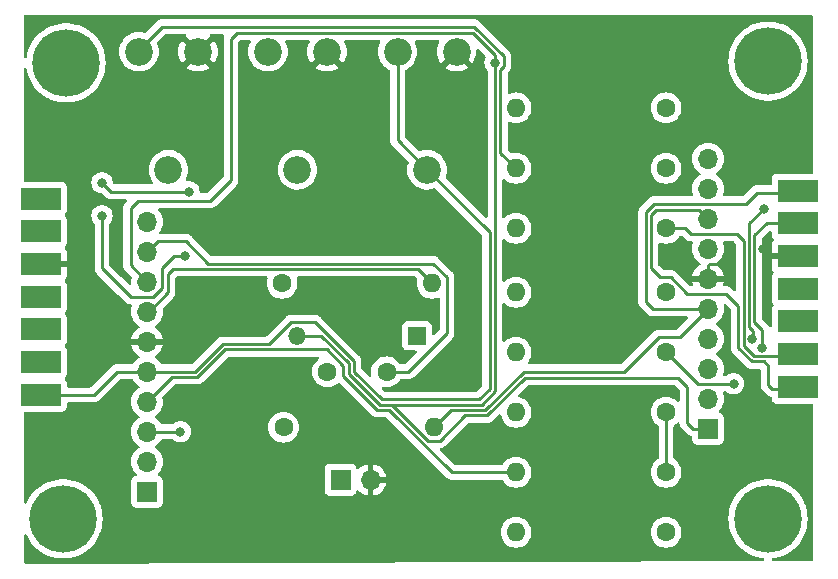
<source format=gbr>
%TF.GenerationSoftware,KiCad,Pcbnew,7.0.8*%
%TF.CreationDate,2026-01-30T16:34:37+01:00*%
%TF.ProjectId,taxanRGB,74617861-6e52-4474-922e-6b696361645f,rev?*%
%TF.SameCoordinates,Original*%
%TF.FileFunction,Copper,L2,Bot*%
%TF.FilePolarity,Positive*%
%FSLAX46Y46*%
G04 Gerber Fmt 4.6, Leading zero omitted, Abs format (unit mm)*
G04 Created by KiCad (PCBNEW 7.0.8) date 2026-01-30 16:34:37*
%MOMM*%
%LPD*%
G01*
G04 APERTURE LIST*
%TA.AperFunction,ComponentPad*%
%ADD10C,2.340000*%
%TD*%
%TA.AperFunction,SMDPad,CuDef*%
%ADD11R,3.480000X1.846667*%
%TD*%
%TA.AperFunction,ComponentPad*%
%ADD12C,1.600000*%
%TD*%
%TA.AperFunction,ComponentPad*%
%ADD13O,1.600000X1.600000*%
%TD*%
%TA.AperFunction,ComponentPad*%
%ADD14C,5.700000*%
%TD*%
%TA.AperFunction,ComponentPad*%
%ADD15R,1.500000X1.500000*%
%TD*%
%TA.AperFunction,ComponentPad*%
%ADD16O,1.500000X1.500000*%
%TD*%
%TA.AperFunction,ComponentPad*%
%ADD17R,1.700000X1.700000*%
%TD*%
%TA.AperFunction,ComponentPad*%
%ADD18O,1.700000X1.700000*%
%TD*%
%TA.AperFunction,ViaPad*%
%ADD19C,0.800000*%
%TD*%
%TA.AperFunction,Conductor*%
%ADD20C,0.250000*%
%TD*%
G04 APERTURE END LIST*
D10*
%TO.P,AB1,1,1*%
%TO.N,B*%
X65151000Y-22686000D03*
%TO.P,AB1,2,2*%
X67651000Y-32686000D03*
%TO.P,AB1,3,3*%
%TO.N,GNDB*%
X70151000Y-22686000D03*
%TD*%
%TO.P,AG1,1,1*%
%TO.N,G*%
X54182000Y-22686000D03*
%TO.P,AG1,2,2*%
X56682000Y-32686000D03*
%TO.P,AG1,3,3*%
%TO.N,GNDB*%
X59182000Y-22686000D03*
%TD*%
%TO.P,AR1,1,1*%
%TO.N,R*%
X43260000Y-22686000D03*
%TO.P,AR1,2,2*%
X45760000Y-32686000D03*
%TO.P,AR1,3,3*%
%TO.N,GNDB*%
X48260000Y-22686000D03*
%TD*%
D11*
%TO.P,J2,9,P9*%
%TO.N,B*%
X34925000Y-51746805D03*
%TO.P,J2,10,P10*%
%TO.N,unconnected-(J2-P10-Pad10)*%
X34925000Y-48976805D03*
%TO.P,J2,11,P111*%
%TO.N,unconnected-(J2-P111-Pad11)*%
X34925000Y-46206805D03*
%TO.P,J2,12,P12*%
%TO.N,unconnected-(J2-P12-Pad12)*%
X34925000Y-43436805D03*
%TO.P,J2,13,P13*%
%TO.N,GNDB*%
X34925000Y-40666805D03*
%TO.P,J2,14,P14*%
%TO.N,unconnected-(J2-P14-Pad14)*%
X34925000Y-37896805D03*
%TO.P,J2,15,P15*%
%TO.N,unconnected-(J2-P15-Pad15)*%
X34925000Y-35126805D03*
%TD*%
D12*
%TO.P,C1,1*%
%TO.N,Audio*%
X64222000Y-49784000D03*
%TO.P,C1,2*%
%TO.N,Net-(J5-Pin_1)*%
X59222000Y-49784000D03*
%TD*%
%TO.P,R1,1*%
%TO.N,+12V_T*%
X55372000Y-42291000D03*
D13*
%TO.P,R1,2*%
%TO.N,CR*%
X68072000Y-42291000D03*
%TD*%
D12*
%TO.P,R6,1*%
%TO.N,XRGB4*%
X87884000Y-43053000D03*
D13*
%TO.P,R6,2*%
%TO.N,G*%
X75184000Y-43053000D03*
%TD*%
D14*
%TO.P,REF\u002A\u002A,1*%
%TO.N,N/C*%
X96520000Y-23495000D03*
%TD*%
%TO.P,REF\u002A\u002A,1*%
%TO.N,N/C*%
X96520000Y-62230000D03*
%TD*%
D15*
%TO.P,D1,1,K*%
%TO.N,CR*%
X66802000Y-46736000D03*
D16*
%TO.P,D1,2,A*%
%TO.N,+12V_T*%
X56642000Y-46736000D03*
%TD*%
D11*
%TO.P,J1,15,15*%
%TO.N,+5V_T*%
X99060000Y-34441000D03*
%TO.P,J1,14,14*%
%TO.N,-12V_T*%
X99060000Y-37211000D03*
%TO.P,J1,13,13*%
%TO.N,GNDB*%
X99060000Y-39981000D03*
%TO.P,J1,12,12*%
%TO.N,unconnected-(J1-Pad12)*%
X99060000Y-42751000D03*
%TO.P,J1,11,11*%
%TO.N,unconnected-(J1-Pad11)*%
X99060000Y-45521000D03*
%TO.P,J1,10,10*%
%TO.N,XRGB8*%
X99060000Y-48291000D03*
%TO.P,J1,9,9*%
%TO.N,XRGB2*%
X99060000Y-51061000D03*
%TD*%
D12*
%TO.P,R3,1*%
%TO.N,XRGB1*%
X87884000Y-58293000D03*
D13*
%TO.P,R3,2*%
%TO.N,R*%
X75184000Y-58293000D03*
%TD*%
D12*
%TO.P,R5,1*%
%TO.N,XRGB8*%
X87884000Y-37639805D03*
D13*
%TO.P,R5,2*%
%TO.N,G*%
X75184000Y-37639805D03*
%TD*%
D12*
%TO.P,R10,1*%
%TO.N,Net-(J5-Pin_1)*%
X55499000Y-54483000D03*
D13*
%TO.P,R10,2*%
%TO.N,+5V_T*%
X68199000Y-54483000D03*
%TD*%
D17*
%TO.P,J5,1,Pin_1*%
%TO.N,Net-(J5-Pin_1)*%
X60325000Y-58928000D03*
D18*
%TO.P,J5,2,Pin_2*%
%TO.N,GNDB*%
X62865000Y-58928000D03*
%TD*%
D12*
%TO.P,R7,1*%
%TO.N,XRGB2*%
X87884000Y-27432000D03*
D13*
%TO.P,R7,2*%
%TO.N,B*%
X75184000Y-27432000D03*
%TD*%
D14*
%TO.P,REF\u002A\u002A,1*%
%TO.N,N/C*%
X37084000Y-23622000D03*
%TD*%
D17*
%TO.P,J3,1,Pin_1*%
%TO.N,CSYNC*%
X43942000Y-59944000D03*
D18*
%TO.P,J3,2,Pin_2*%
%TO.N,unconnected-(J3-Pin_2-Pad2)*%
X43942000Y-57404000D03*
%TO.P,J3,3,Pin_3*%
%TO.N,G*%
X43942000Y-54864000D03*
%TO.P,J3,4,Pin_4*%
%TO.N,R*%
X43942000Y-52324000D03*
%TO.P,J3,5,Pin_5*%
%TO.N,B*%
X43942000Y-49784000D03*
%TO.P,J3,6,Pin_6*%
%TO.N,GNDB*%
X43942000Y-47244000D03*
%TO.P,J3,7,Pin_7*%
%TO.N,CR*%
X43942000Y-44704000D03*
%TO.P,J3,8,Pin_8*%
%TO.N,+12V_T*%
X43942000Y-42164000D03*
%TO.P,J3,9,Pin_9*%
%TO.N,Audio*%
X43942000Y-39624000D03*
%TO.P,J3,10,Pin_10*%
%TO.N,unconnected-(J3-Pin_10-Pad10)*%
X43942000Y-37084000D03*
%TD*%
D12*
%TO.P,R4,1*%
%TO.N,XRGB8*%
X87884000Y-32559805D03*
D13*
%TO.P,R4,2*%
%TO.N,R*%
X75184000Y-32559805D03*
%TD*%
D12*
%TO.P,R9,1*%
%TO.N,XRGB4*%
X87884000Y-48133000D03*
D13*
%TO.P,R9,2*%
%TO.N,B*%
X75184000Y-48133000D03*
%TD*%
D17*
%TO.P,J4,1,Pin_1*%
%TO.N,+12V_T*%
X91440000Y-54610000D03*
D18*
%TO.P,J4,2,Pin_2*%
%TO.N,-12V_T*%
X91440000Y-52070000D03*
%TO.P,J4,3,Pin_3*%
%TO.N,-5V_T*%
X91440000Y-49530000D03*
%TO.P,J4,4,Pin_4*%
%TO.N,SyncTTLLS*%
X91440000Y-46990000D03*
%TO.P,J4,5,Pin_5*%
%TO.N,+5V_T*%
X91440000Y-44450000D03*
%TO.P,J4,6,Pin_6*%
%TO.N,GNDB*%
X91440000Y-41910000D03*
%TO.P,J4,7,Pin_7*%
%TO.N,XRGB1*%
X91440000Y-39370000D03*
%TO.P,J4,8,Pin_8*%
%TO.N,XRGB2*%
X91440000Y-36830000D03*
%TO.P,J4,9,Pin_9*%
%TO.N,XRGB4*%
X91440000Y-34290000D03*
%TO.P,J4,10,Pin_10*%
%TO.N,XRGB8*%
X91440000Y-31750000D03*
%TD*%
D12*
%TO.P,R2,1*%
%TO.N,SyncTTLLS*%
X87884000Y-63373000D03*
D13*
%TO.P,R2,2*%
%TO.N,CSYNC*%
X75184000Y-63373000D03*
%TD*%
D12*
%TO.P,R8,1*%
%TO.N,XRGB1*%
X87884000Y-53213000D03*
D13*
%TO.P,R8,2*%
%TO.N,B*%
X75184000Y-53213000D03*
%TD*%
D14*
%TO.P,REF\u002A\u002A,1*%
%TO.N,N/C*%
X36830000Y-62230000D03*
%TD*%
D19*
%TO.N,GNDB*%
X95504000Y-56515000D03*
X88392000Y-40132000D03*
X93218000Y-41910000D03*
%TO.N,+12V_T*%
X73406000Y-23622000D03*
%TO.N,XRGB4*%
X93599000Y-50800000D03*
%TO.N,GNDB*%
X96083219Y-39370000D03*
X93218000Y-39370000D03*
X38354000Y-40005000D03*
X34290000Y-55880000D03*
%TO.N,-5V_T*%
X95183219Y-47017000D03*
X96139000Y-36001000D03*
%TO.N,-12V_T*%
X96012000Y-47741500D03*
%TO.N,G*%
X46773500Y-54864000D03*
%TO.N,-5V_R*%
X47117000Y-40005000D03*
X40132000Y-36576000D03*
%TO.N,+12V_R*%
X40132000Y-33782000D03*
X47498000Y-34544000D03*
%TD*%
D20*
%TO.N,GNDB*%
X38354000Y-40005000D02*
X37692195Y-40666805D01*
X37692195Y-40666805D02*
X34925000Y-40666805D01*
%TO.N,+12V_T*%
X64516000Y-52578000D02*
X64643000Y-52578000D01*
X88900000Y-50292000D02*
X89662000Y-51054000D01*
X89662000Y-51054000D02*
X89662000Y-54102000D01*
X68707000Y-55626000D02*
X70855000Y-53478000D01*
X89662000Y-54102000D02*
X90170000Y-54610000D01*
X67691000Y-55626000D02*
X68707000Y-55626000D01*
X64643000Y-52578000D02*
X67691000Y-55626000D01*
X70855000Y-53478000D02*
X72760000Y-53478000D01*
X90170000Y-54610000D02*
X91440000Y-54610000D01*
X72760000Y-53478000D02*
X75946000Y-50292000D01*
X75946000Y-50292000D02*
X88900000Y-50292000D01*
%TO.N,R*%
X43942000Y-52324000D02*
X46032000Y-50234000D01*
X64456604Y-53028000D02*
X69721604Y-58293000D01*
X46032000Y-50234000D02*
X48201701Y-50234000D01*
X48201701Y-50234000D02*
X50556701Y-47879000D01*
X63442000Y-53028000D02*
X64456604Y-53028000D01*
X50556701Y-47879000D02*
X59179208Y-47879000D01*
X59179208Y-47879000D02*
X60568000Y-49267792D01*
X60568000Y-49267792D02*
X60568000Y-50154000D01*
X60568000Y-50154000D02*
X63442000Y-53028000D01*
X69721604Y-58293000D02*
X75184000Y-58293000D01*
%TO.N,+12V_T*%
X58672604Y-46736000D02*
X61018000Y-49081396D01*
X61018000Y-49081396D02*
X61018000Y-49967604D01*
X63628396Y-52578000D02*
X72264396Y-52578000D01*
X56642000Y-46736000D02*
X58672604Y-46736000D01*
X72264396Y-52578000D02*
X73406000Y-51436396D01*
X61018000Y-49967604D02*
X63628396Y-52578000D01*
X73406000Y-51436396D02*
X73406000Y-23622000D01*
%TO.N,B*%
X67651000Y-32686000D02*
X72956000Y-37991000D01*
X63814792Y-52128000D02*
X61468000Y-49781208D01*
X54298000Y-47429000D02*
X50370305Y-47429000D01*
X72956000Y-51250000D02*
X72078000Y-52128000D01*
X72078000Y-52128000D02*
X63814792Y-52128000D01*
X72956000Y-37991000D02*
X72956000Y-51250000D01*
X61468000Y-49781208D02*
X61468000Y-48895000D01*
X58166000Y-45593000D02*
X56134000Y-45593000D01*
X56134000Y-45593000D02*
X54298000Y-47429000D01*
X50370305Y-47429000D02*
X48015305Y-49784000D01*
X61468000Y-48895000D02*
X58166000Y-45593000D01*
X48015305Y-49784000D02*
X43942000Y-49784000D01*
%TO.N,-5V_R*%
X46228000Y-40005000D02*
X45212000Y-41021000D01*
X45212000Y-41021000D02*
X45212000Y-42676527D01*
X45212000Y-42676527D02*
X44454527Y-43434000D01*
X44454527Y-43434000D02*
X42543604Y-43434000D01*
X47117000Y-40005000D02*
X46228000Y-40005000D01*
X42543604Y-43434000D02*
X40132000Y-41022396D01*
X40132000Y-41022396D02*
X40132000Y-36576000D01*
%TO.N,Audio*%
X43942000Y-39624000D02*
X44831000Y-38735000D01*
X44831000Y-38735000D02*
X47244000Y-38735000D01*
X47244000Y-38735000D02*
X49132000Y-40623000D01*
X68182000Y-40623000D02*
X69342000Y-41783000D01*
X49132000Y-40623000D02*
X68182000Y-40623000D01*
X69342000Y-41783000D02*
X69342000Y-46482000D01*
X69342000Y-46482000D02*
X66040000Y-49784000D01*
X66040000Y-49784000D02*
X64222000Y-49784000D01*
%TO.N,CR*%
X44069000Y-44704000D02*
X45720000Y-43053000D01*
X45720000Y-41529000D02*
X46176000Y-41073000D01*
X46176000Y-41073000D02*
X66854000Y-41073000D01*
X45720000Y-43053000D02*
X45720000Y-41529000D01*
X43942000Y-44704000D02*
X44069000Y-44704000D01*
X66854000Y-41073000D02*
X68072000Y-42291000D01*
%TO.N,+12V_T*%
X73406000Y-23622000D02*
X73406000Y-22987000D01*
X73406000Y-22987000D02*
X71501000Y-21082000D01*
X51054000Y-33528000D02*
X49276000Y-35306000D01*
X51561515Y-21082000D02*
X51054000Y-21589515D01*
X49276000Y-35306000D02*
X43180000Y-35306000D01*
X51054000Y-21589515D02*
X51054000Y-33528000D01*
X71501000Y-21082000D02*
X51561515Y-21082000D01*
X43180000Y-35306000D02*
X42545000Y-35941000D01*
X42545000Y-35941000D02*
X42545000Y-40767000D01*
X42545000Y-40767000D02*
X43942000Y-42164000D01*
%TO.N,XRGB2*%
X90678000Y-36068000D02*
X87058500Y-36068000D01*
X87058500Y-36068000D02*
X86614000Y-36512500D01*
X86614000Y-41021000D02*
X87376000Y-41783000D01*
X96829000Y-51236000D02*
X98955500Y-51236000D01*
X87376000Y-41783000D02*
X88265000Y-41783000D01*
X91440000Y-36830000D02*
X90678000Y-36068000D01*
X94008719Y-44224719D02*
X94008719Y-47782115D01*
X86614000Y-36512500D02*
X86614000Y-41021000D01*
X88265000Y-41783000D02*
X89662000Y-43180000D01*
X96160000Y-48916000D02*
X96520000Y-49276000D01*
X89662000Y-43180000D02*
X92964000Y-43180000D01*
X92964000Y-43180000D02*
X94008719Y-44224719D01*
X94008719Y-47782115D02*
X95142604Y-48916000D01*
X95142604Y-48916000D02*
X96160000Y-48916000D01*
X96520000Y-49276000D02*
X96520000Y-50927000D01*
X96520000Y-50927000D02*
X96829000Y-51236000D01*
%TO.N,XRGB1*%
X87884000Y-58293000D02*
X87884000Y-53213000D01*
%TO.N,+5V_T*%
X98955500Y-34616000D02*
X95559000Y-34616000D01*
X86868000Y-35560000D02*
X86164000Y-36264000D01*
X86164000Y-36264000D02*
X86164000Y-43873000D01*
X94615000Y-35560000D02*
X86868000Y-35560000D01*
X95559000Y-34616000D02*
X94615000Y-35560000D01*
X86164000Y-43873000D02*
X86741000Y-44450000D01*
X86741000Y-44450000D02*
X91440000Y-44450000D01*
X91440000Y-44450000D02*
X89027000Y-46863000D01*
X72573604Y-53028000D02*
X69654000Y-53028000D01*
X89027000Y-46863000D02*
X87249000Y-46863000D01*
X87249000Y-46863000D02*
X84328000Y-49784000D01*
X69654000Y-53028000D02*
X68199000Y-54483000D01*
X84328000Y-49784000D02*
X75817604Y-49784000D01*
X75817604Y-49784000D02*
X72573604Y-53028000D01*
%TO.N,-5V_T*%
X95250000Y-46355000D02*
X95250000Y-46950219D01*
X94908719Y-46013719D02*
X95250000Y-46355000D01*
X96139000Y-36001000D02*
X94908719Y-37231281D01*
X94908719Y-37231281D02*
X94908719Y-46013719D01*
X95250000Y-46950219D02*
X95183219Y-47017000D01*
%TO.N,GNDB*%
X92964000Y-40640000D02*
X91567000Y-40640000D01*
X93218000Y-39370000D02*
X93218000Y-40386000D01*
X93218000Y-40386000D02*
X92964000Y-40640000D01*
X96083219Y-39370000D02*
X96139000Y-39370000D01*
X96750000Y-39981000D02*
X99060000Y-39981000D01*
X96139000Y-39370000D02*
X96750000Y-39981000D01*
X91567000Y-40640000D02*
X91440000Y-40767000D01*
X91440000Y-40767000D02*
X91440000Y-41910000D01*
%TO.N,-12V_T*%
X96012000Y-47741500D02*
X96012000Y-46228000D01*
X96012000Y-46228000D02*
X95358719Y-45574719D01*
X95358719Y-45574719D02*
X95358719Y-38245281D01*
X95358719Y-38245281D02*
X96393000Y-37211000D01*
X96393000Y-37211000D02*
X99060000Y-37211000D01*
%TO.N,XRGB4*%
X90551000Y-50800000D02*
X87884000Y-48133000D01*
X93599000Y-50800000D02*
X90551000Y-50800000D01*
%TO.N,XRGB8*%
X89970688Y-38100000D02*
X89510493Y-37639805D01*
X98955500Y-48466000D02*
X95329000Y-48466000D01*
X93853000Y-38100000D02*
X89970688Y-38100000D01*
X94458719Y-47595719D02*
X94458719Y-38705719D01*
X95329000Y-48466000D02*
X94458719Y-47595719D01*
X94458719Y-38705719D02*
X93853000Y-38100000D01*
X89510493Y-37639805D02*
X87884000Y-37639805D01*
%TO.N,R*%
X73856000Y-24197305D02*
X73856000Y-31231805D01*
X45212000Y-20574000D02*
X71629396Y-20574000D01*
X43220000Y-22512000D02*
X43274000Y-22512000D01*
X71629396Y-20574000D02*
X74131000Y-23075604D01*
X74131000Y-23922305D02*
X73856000Y-24197305D01*
X43274000Y-22512000D02*
X45212000Y-20574000D01*
X73856000Y-31231805D02*
X75184000Y-32559805D01*
X74131000Y-23075604D02*
X74131000Y-23922305D01*
%TO.N,G*%
X54610000Y-23495000D02*
X53340000Y-22225000D01*
X46773500Y-54864000D02*
X43942000Y-54864000D01*
%TO.N,+12V_R*%
X47498000Y-34544000D02*
X40894000Y-34544000D01*
X40894000Y-34544000D02*
X40132000Y-33782000D01*
%TO.N,B*%
X43942000Y-49784000D02*
X41402000Y-49784000D01*
X39439195Y-51746805D02*
X34925000Y-51746805D01*
X67651000Y-32686000D02*
X65151000Y-30186000D01*
X41402000Y-49784000D02*
X39439195Y-51746805D01*
X65151000Y-22686000D02*
X65151000Y-30186000D01*
%TD*%
%TA.AperFunction,Conductor*%
%TO.N,GNDB*%
G36*
X92944733Y-44054967D02*
G01*
X92978233Y-44078823D01*
X93346900Y-44447490D01*
X93380385Y-44508813D01*
X93383219Y-44535171D01*
X93383219Y-47699370D01*
X93381494Y-47714987D01*
X93381780Y-47715014D01*
X93381045Y-47722780D01*
X93383219Y-47791929D01*
X93383219Y-47821458D01*
X93383220Y-47821475D01*
X93384087Y-47828346D01*
X93384545Y-47834165D01*
X93386009Y-47880739D01*
X93386010Y-47880742D01*
X93391599Y-47899982D01*
X93395543Y-47919026D01*
X93398055Y-47938907D01*
X93415209Y-47982234D01*
X93417101Y-47987762D01*
X93430100Y-48032503D01*
X93440299Y-48049749D01*
X93448857Y-48067218D01*
X93456233Y-48085847D01*
X93483617Y-48123538D01*
X93486825Y-48128422D01*
X93510546Y-48168531D01*
X93510552Y-48168539D01*
X93524709Y-48182695D01*
X93537347Y-48197491D01*
X93549124Y-48213701D01*
X93549125Y-48213702D01*
X93585028Y-48243403D01*
X93589339Y-48247325D01*
X94119158Y-48777144D01*
X94641798Y-49299784D01*
X94651623Y-49312048D01*
X94651844Y-49311866D01*
X94656814Y-49317873D01*
X94656817Y-49317876D01*
X94656818Y-49317877D01*
X94707255Y-49365241D01*
X94728134Y-49386120D01*
X94733608Y-49390366D01*
X94738046Y-49394156D01*
X94772022Y-49426062D01*
X94772026Y-49426064D01*
X94789577Y-49435713D01*
X94805835Y-49446392D01*
X94821668Y-49458674D01*
X94843619Y-49468172D01*
X94864441Y-49477183D01*
X94869685Y-49479752D01*
X94910512Y-49502197D01*
X94929916Y-49507179D01*
X94948314Y-49513478D01*
X94966709Y-49521438D01*
X95012733Y-49528726D01*
X95018436Y-49529907D01*
X95063585Y-49541500D01*
X95083620Y-49541500D01*
X95103017Y-49543026D01*
X95122800Y-49546160D01*
X95169188Y-49541775D01*
X95175026Y-49541500D01*
X95770500Y-49541500D01*
X95837539Y-49561185D01*
X95883294Y-49613989D01*
X95894500Y-49665500D01*
X95894500Y-50844255D01*
X95892775Y-50859872D01*
X95893061Y-50859899D01*
X95892326Y-50867665D01*
X95894500Y-50936814D01*
X95894500Y-50966355D01*
X95895367Y-50973213D01*
X95895826Y-50979040D01*
X95897290Y-51025624D01*
X95897291Y-51025627D01*
X95902880Y-51044867D01*
X95906824Y-51063911D01*
X95909336Y-51083792D01*
X95923066Y-51118471D01*
X95926490Y-51127119D01*
X95928382Y-51132647D01*
X95941381Y-51177388D01*
X95951580Y-51194634D01*
X95960138Y-51212103D01*
X95967514Y-51230732D01*
X95994898Y-51268423D01*
X95998106Y-51273307D01*
X96021827Y-51313416D01*
X96021833Y-51313424D01*
X96035990Y-51327580D01*
X96048628Y-51342376D01*
X96060405Y-51358586D01*
X96060406Y-51358587D01*
X96096308Y-51388287D01*
X96100619Y-51392209D01*
X96241239Y-51532829D01*
X96328194Y-51619784D01*
X96338017Y-51632045D01*
X96338239Y-51631863D01*
X96343212Y-51637875D01*
X96393637Y-51685228D01*
X96414523Y-51706115D01*
X96414527Y-51706118D01*
X96414529Y-51706120D01*
X96420011Y-51710373D01*
X96424443Y-51714157D01*
X96458418Y-51746062D01*
X96475976Y-51755714D01*
X96492233Y-51766393D01*
X96508064Y-51778673D01*
X96527737Y-51787186D01*
X96550833Y-51797182D01*
X96556077Y-51799750D01*
X96596908Y-51822197D01*
X96609523Y-51825435D01*
X96616305Y-51827177D01*
X96634719Y-51833481D01*
X96653104Y-51841438D01*
X96699157Y-51848732D01*
X96704826Y-51849906D01*
X96726342Y-51855430D01*
X96786377Y-51891169D01*
X96817562Y-51953693D01*
X96819500Y-51975531D01*
X96819500Y-52032203D01*
X96819501Y-52032210D01*
X96825908Y-52091817D01*
X96876202Y-52226662D01*
X96876206Y-52226669D01*
X96962452Y-52341878D01*
X96962455Y-52341881D01*
X97077664Y-52428127D01*
X97077671Y-52428131D01*
X97212517Y-52478425D01*
X97212516Y-52478425D01*
X97219444Y-52479169D01*
X97272127Y-52484834D01*
X100206000Y-52484833D01*
X100273039Y-52504518D01*
X100318794Y-52557321D01*
X100330000Y-52608833D01*
X100330000Y-65662470D01*
X100310315Y-65729509D01*
X100257511Y-65775264D01*
X100206471Y-65786469D01*
X96982591Y-65798727D01*
X96915478Y-65779298D01*
X96869522Y-65726668D01*
X96859316Y-65657548D01*
X96888099Y-65593882D01*
X96946733Y-65555885D01*
X96968706Y-65551456D01*
X97062847Y-65541218D01*
X97417670Y-65463116D01*
X97761969Y-65347108D01*
X98091708Y-65194555D01*
X98403019Y-65007245D01*
X98692254Y-64787375D01*
X98956021Y-64537521D01*
X99191227Y-64260614D01*
X99395117Y-63959900D01*
X99565298Y-63638905D01*
X99699775Y-63301391D01*
X99796973Y-62951316D01*
X99815063Y-62840967D01*
X99855749Y-62592799D01*
X99855751Y-62592782D01*
X99875421Y-62230002D01*
X99875421Y-62229997D01*
X99855751Y-61867217D01*
X99855749Y-61867200D01*
X99796975Y-61508696D01*
X99796974Y-61508695D01*
X99796973Y-61508684D01*
X99737505Y-61294499D01*
X99699778Y-61158618D01*
X99699773Y-61158603D01*
X99582807Y-60865039D01*
X99565298Y-60821095D01*
X99395117Y-60500100D01*
X99191227Y-60199386D01*
X98956021Y-59922479D01*
X98692254Y-59672625D01*
X98692244Y-59672617D01*
X98594702Y-59598468D01*
X98403019Y-59452755D01*
X98091708Y-59265445D01*
X98091707Y-59265444D01*
X98091703Y-59265442D01*
X98091699Y-59265440D01*
X97761979Y-59112896D01*
X97761974Y-59112894D01*
X97761969Y-59112892D01*
X97563806Y-59046123D01*
X97417669Y-58996883D01*
X97062845Y-58918781D01*
X96701660Y-58879500D01*
X96701659Y-58879500D01*
X96338341Y-58879500D01*
X96338339Y-58879500D01*
X95977154Y-58918781D01*
X95622330Y-58996883D01*
X95356178Y-59086560D01*
X95278031Y-59112892D01*
X95278028Y-59112893D01*
X95278020Y-59112896D01*
X94948300Y-59265440D01*
X94948296Y-59265442D01*
X94738811Y-59391486D01*
X94636981Y-59452755D01*
X94548866Y-59519738D01*
X94347755Y-59672617D01*
X94347745Y-59672625D01*
X94083978Y-59922479D01*
X93848772Y-60199386D01*
X93644884Y-60500098D01*
X93644878Y-60500107D01*
X93474706Y-60821086D01*
X93474700Y-60821098D01*
X93340226Y-61158603D01*
X93340221Y-61158618D01*
X93243030Y-61508670D01*
X93243024Y-61508696D01*
X93184250Y-61867200D01*
X93184248Y-61867217D01*
X93164579Y-62229997D01*
X93164579Y-62230002D01*
X93184248Y-62592782D01*
X93184250Y-62592799D01*
X93243024Y-62951303D01*
X93243030Y-62951329D01*
X93340221Y-63301381D01*
X93340226Y-63301396D01*
X93474700Y-63638901D01*
X93474706Y-63638913D01*
X93644878Y-63959892D01*
X93644881Y-63959897D01*
X93644883Y-63959900D01*
X93848773Y-64260614D01*
X94083979Y-64537521D01*
X94347746Y-64787375D01*
X94636981Y-65007245D01*
X94948292Y-65194555D01*
X94948294Y-65194556D01*
X94948296Y-65194557D01*
X94948300Y-65194559D01*
X95278020Y-65347103D01*
X95278031Y-65347108D01*
X95622330Y-65463116D01*
X95977153Y-65541218D01*
X96102507Y-65554851D01*
X96167025Y-65581668D01*
X96206802Y-65639110D01*
X96209210Y-65708938D01*
X96173484Y-65768983D01*
X96110967Y-65800181D01*
X96089571Y-65802123D01*
X33652471Y-66039526D01*
X33585358Y-66020097D01*
X33539402Y-65967467D01*
X33528000Y-65915527D01*
X33528000Y-63640857D01*
X33547685Y-63573818D01*
X33600489Y-63528063D01*
X33669647Y-63518119D01*
X33733203Y-63547144D01*
X33767193Y-63594961D01*
X33784697Y-63638895D01*
X33784706Y-63638913D01*
X33954878Y-63959892D01*
X33954881Y-63959897D01*
X33954883Y-63959900D01*
X34158773Y-64260614D01*
X34393979Y-64537521D01*
X34657746Y-64787375D01*
X34946981Y-65007245D01*
X35258292Y-65194555D01*
X35258294Y-65194556D01*
X35258296Y-65194557D01*
X35258300Y-65194559D01*
X35588020Y-65347103D01*
X35588031Y-65347108D01*
X35932330Y-65463116D01*
X36287153Y-65541218D01*
X36648341Y-65580500D01*
X36648347Y-65580500D01*
X37011653Y-65580500D01*
X37011659Y-65580500D01*
X37372847Y-65541218D01*
X37727670Y-65463116D01*
X38071969Y-65347108D01*
X38401708Y-65194555D01*
X38713019Y-65007245D01*
X39002254Y-64787375D01*
X39266021Y-64537521D01*
X39501227Y-64260614D01*
X39705117Y-63959900D01*
X39875298Y-63638905D01*
X39981243Y-63373001D01*
X73878532Y-63373001D01*
X73898364Y-63599686D01*
X73898366Y-63599697D01*
X73957258Y-63819488D01*
X73957261Y-63819497D01*
X74053431Y-64025732D01*
X74053432Y-64025734D01*
X74183954Y-64212141D01*
X74344858Y-64373045D01*
X74344861Y-64373047D01*
X74531266Y-64503568D01*
X74737504Y-64599739D01*
X74957308Y-64658635D01*
X75119230Y-64672801D01*
X75183998Y-64678468D01*
X75184000Y-64678468D01*
X75184002Y-64678468D01*
X75240673Y-64673509D01*
X75410692Y-64658635D01*
X75630496Y-64599739D01*
X75836734Y-64503568D01*
X76023139Y-64373047D01*
X76184047Y-64212139D01*
X76314568Y-64025734D01*
X76410739Y-63819496D01*
X76469635Y-63599692D01*
X76489468Y-63373001D01*
X86578532Y-63373001D01*
X86598364Y-63599686D01*
X86598366Y-63599697D01*
X86657258Y-63819488D01*
X86657261Y-63819497D01*
X86753431Y-64025732D01*
X86753432Y-64025734D01*
X86883954Y-64212141D01*
X87044858Y-64373045D01*
X87044861Y-64373047D01*
X87231266Y-64503568D01*
X87437504Y-64599739D01*
X87657308Y-64658635D01*
X87819230Y-64672801D01*
X87883998Y-64678468D01*
X87884000Y-64678468D01*
X87884002Y-64678468D01*
X87940673Y-64673509D01*
X88110692Y-64658635D01*
X88330496Y-64599739D01*
X88536734Y-64503568D01*
X88723139Y-64373047D01*
X88884047Y-64212139D01*
X89014568Y-64025734D01*
X89110739Y-63819496D01*
X89169635Y-63599692D01*
X89189468Y-63373000D01*
X89169635Y-63146308D01*
X89110739Y-62926504D01*
X89014568Y-62720266D01*
X88884047Y-62533861D01*
X88884045Y-62533858D01*
X88723141Y-62372954D01*
X88536734Y-62242432D01*
X88536732Y-62242431D01*
X88330497Y-62146261D01*
X88330488Y-62146258D01*
X88110697Y-62087366D01*
X88110693Y-62087365D01*
X88110692Y-62087365D01*
X88110691Y-62087364D01*
X88110686Y-62087364D01*
X87884002Y-62067532D01*
X87883998Y-62067532D01*
X87657313Y-62087364D01*
X87657302Y-62087366D01*
X87437511Y-62146258D01*
X87437502Y-62146261D01*
X87231267Y-62242431D01*
X87231265Y-62242432D01*
X87044858Y-62372954D01*
X86883954Y-62533858D01*
X86753432Y-62720265D01*
X86753431Y-62720267D01*
X86657261Y-62926502D01*
X86657258Y-62926511D01*
X86598366Y-63146302D01*
X86598364Y-63146313D01*
X86578532Y-63372998D01*
X86578532Y-63373001D01*
X76489468Y-63373001D01*
X76489468Y-63373000D01*
X76469635Y-63146308D01*
X76410739Y-62926504D01*
X76314568Y-62720266D01*
X76184047Y-62533861D01*
X76184045Y-62533858D01*
X76023141Y-62372954D01*
X75836734Y-62242432D01*
X75836732Y-62242431D01*
X75630497Y-62146261D01*
X75630488Y-62146258D01*
X75410697Y-62087366D01*
X75410693Y-62087365D01*
X75410692Y-62087365D01*
X75410691Y-62087364D01*
X75410686Y-62087364D01*
X75184002Y-62067532D01*
X75183998Y-62067532D01*
X74957313Y-62087364D01*
X74957302Y-62087366D01*
X74737511Y-62146258D01*
X74737502Y-62146261D01*
X74531267Y-62242431D01*
X74531265Y-62242432D01*
X74344858Y-62372954D01*
X74183954Y-62533858D01*
X74053432Y-62720265D01*
X74053431Y-62720267D01*
X73957261Y-62926502D01*
X73957258Y-62926511D01*
X73898366Y-63146302D01*
X73898364Y-63146313D01*
X73878532Y-63372998D01*
X73878532Y-63373001D01*
X39981243Y-63373001D01*
X40009775Y-63301391D01*
X40106973Y-62951316D01*
X40125063Y-62840967D01*
X40165749Y-62592799D01*
X40165751Y-62592782D01*
X40185421Y-62230002D01*
X40185421Y-62229997D01*
X40165751Y-61867217D01*
X40165749Y-61867200D01*
X40106975Y-61508696D01*
X40106974Y-61508695D01*
X40106973Y-61508684D01*
X40047505Y-61294499D01*
X40009778Y-61158618D01*
X40009773Y-61158603D01*
X39892807Y-60865039D01*
X39875298Y-60821095D01*
X39705117Y-60500100D01*
X39501227Y-60199386D01*
X39266021Y-59922479D01*
X39002254Y-59672625D01*
X39002244Y-59672617D01*
X38904702Y-59598468D01*
X38713019Y-59452755D01*
X38401708Y-59265445D01*
X38401707Y-59265444D01*
X38401703Y-59265442D01*
X38401699Y-59265440D01*
X38071979Y-59112896D01*
X38071974Y-59112894D01*
X38071969Y-59112892D01*
X37873806Y-59046123D01*
X37727669Y-58996883D01*
X37372845Y-58918781D01*
X37011660Y-58879500D01*
X37011659Y-58879500D01*
X36648341Y-58879500D01*
X36648339Y-58879500D01*
X36287154Y-58918781D01*
X35932330Y-58996883D01*
X35666178Y-59086560D01*
X35588031Y-59112892D01*
X35588028Y-59112893D01*
X35588020Y-59112896D01*
X35258300Y-59265440D01*
X35258296Y-59265442D01*
X35048811Y-59391486D01*
X34946981Y-59452755D01*
X34858866Y-59519738D01*
X34657755Y-59672617D01*
X34657745Y-59672625D01*
X34393978Y-59922479D01*
X34158772Y-60199386D01*
X33954884Y-60500098D01*
X33954878Y-60500107D01*
X33784706Y-60821086D01*
X33784700Y-60821098D01*
X33767193Y-60865039D01*
X33724093Y-60920031D01*
X33658103Y-60942992D01*
X33590176Y-60926631D01*
X33541878Y-60876143D01*
X33528000Y-60819142D01*
X33528000Y-53294638D01*
X33547685Y-53227599D01*
X33600489Y-53181844D01*
X33651996Y-53170638D01*
X36712872Y-53170638D01*
X36772483Y-53164230D01*
X36907331Y-53113935D01*
X37022546Y-53027685D01*
X37108796Y-52912470D01*
X37159091Y-52777622D01*
X37165500Y-52718012D01*
X37165500Y-52496305D01*
X37185185Y-52429266D01*
X37237989Y-52383511D01*
X37289500Y-52372305D01*
X39356452Y-52372305D01*
X39372072Y-52374029D01*
X39372099Y-52373744D01*
X39379855Y-52374476D01*
X39379862Y-52374478D01*
X39449009Y-52372305D01*
X39478545Y-52372305D01*
X39485423Y-52371435D01*
X39491236Y-52370977D01*
X39537822Y-52369514D01*
X39557064Y-52363922D01*
X39576107Y-52359979D01*
X39595987Y-52357469D01*
X39639317Y-52340312D01*
X39644841Y-52338422D01*
X39648591Y-52337332D01*
X39689585Y-52325423D01*
X39706824Y-52315227D01*
X39724298Y-52306667D01*
X39742922Y-52299293D01*
X39742922Y-52299292D01*
X39742927Y-52299291D01*
X39780644Y-52271887D01*
X39785500Y-52268697D01*
X39825615Y-52244975D01*
X39839784Y-52230804D01*
X39854574Y-52218173D01*
X39870782Y-52206399D01*
X39900494Y-52170481D01*
X39904407Y-52166181D01*
X41624772Y-50445819D01*
X41686095Y-50412334D01*
X41712453Y-50409500D01*
X42666773Y-50409500D01*
X42733812Y-50429185D01*
X42768348Y-50462377D01*
X42903501Y-50655396D01*
X42903506Y-50655402D01*
X43070597Y-50822493D01*
X43070603Y-50822498D01*
X43256158Y-50952425D01*
X43299783Y-51007002D01*
X43306977Y-51076500D01*
X43275454Y-51138855D01*
X43256158Y-51155575D01*
X43070597Y-51285505D01*
X42903505Y-51452597D01*
X42767965Y-51646169D01*
X42767964Y-51646171D01*
X42668098Y-51860335D01*
X42668094Y-51860344D01*
X42606938Y-52088586D01*
X42606936Y-52088596D01*
X42586341Y-52323999D01*
X42586341Y-52324000D01*
X42606936Y-52559403D01*
X42606938Y-52559413D01*
X42668094Y-52787655D01*
X42668096Y-52787659D01*
X42668097Y-52787663D01*
X42760724Y-52986302D01*
X42767965Y-53001830D01*
X42767967Y-53001834D01*
X42876281Y-53156521D01*
X42886166Y-53170639D01*
X42903501Y-53195395D01*
X42903506Y-53195402D01*
X43070597Y-53362493D01*
X43070603Y-53362498D01*
X43256158Y-53492425D01*
X43299783Y-53547002D01*
X43306977Y-53616500D01*
X43275454Y-53678855D01*
X43256158Y-53695575D01*
X43070597Y-53825505D01*
X42903505Y-53992597D01*
X42767965Y-54186169D01*
X42767964Y-54186171D01*
X42668098Y-54400335D01*
X42668094Y-54400344D01*
X42606938Y-54628586D01*
X42606936Y-54628596D01*
X42586341Y-54863999D01*
X42586341Y-54864000D01*
X42606936Y-55099403D01*
X42606938Y-55099413D01*
X42668094Y-55327655D01*
X42668096Y-55327659D01*
X42668097Y-55327663D01*
X42672103Y-55336253D01*
X42767965Y-55541830D01*
X42767967Y-55541834D01*
X42842412Y-55648151D01*
X42903501Y-55735396D01*
X42903506Y-55735402D01*
X43070597Y-55902493D01*
X43070603Y-55902498D01*
X43256158Y-56032425D01*
X43299783Y-56087002D01*
X43306977Y-56156500D01*
X43275454Y-56218855D01*
X43256158Y-56235575D01*
X43070597Y-56365505D01*
X42903505Y-56532597D01*
X42767965Y-56726169D01*
X42767964Y-56726171D01*
X42668098Y-56940335D01*
X42668094Y-56940344D01*
X42606938Y-57168586D01*
X42606936Y-57168596D01*
X42586341Y-57403999D01*
X42586341Y-57404000D01*
X42606936Y-57639403D01*
X42606938Y-57639413D01*
X42668094Y-57867655D01*
X42668096Y-57867659D01*
X42668097Y-57867663D01*
X42743856Y-58030128D01*
X42767965Y-58081830D01*
X42767967Y-58081834D01*
X42876281Y-58236521D01*
X42903501Y-58275396D01*
X42903506Y-58275402D01*
X43025430Y-58397326D01*
X43058915Y-58458649D01*
X43053931Y-58528341D01*
X43012059Y-58584274D01*
X42981083Y-58601189D01*
X42849669Y-58650203D01*
X42849664Y-58650206D01*
X42734455Y-58736452D01*
X42734452Y-58736455D01*
X42648206Y-58851664D01*
X42648202Y-58851671D01*
X42597908Y-58986517D01*
X42591501Y-59046116D01*
X42591501Y-59046123D01*
X42591500Y-59046135D01*
X42591500Y-60841870D01*
X42591501Y-60841876D01*
X42597908Y-60901483D01*
X42648202Y-61036328D01*
X42648206Y-61036335D01*
X42734452Y-61151544D01*
X42734455Y-61151547D01*
X42849664Y-61237793D01*
X42849671Y-61237797D01*
X42984517Y-61288091D01*
X42984516Y-61288091D01*
X42991444Y-61288835D01*
X43044127Y-61294500D01*
X44839872Y-61294499D01*
X44899483Y-61288091D01*
X45034331Y-61237796D01*
X45149546Y-61151546D01*
X45235796Y-61036331D01*
X45286091Y-60901483D01*
X45292500Y-60841873D01*
X45292499Y-59825870D01*
X58974500Y-59825870D01*
X58974501Y-59825876D01*
X58980908Y-59885483D01*
X59031202Y-60020328D01*
X59031206Y-60020335D01*
X59117452Y-60135544D01*
X59117455Y-60135547D01*
X59232664Y-60221793D01*
X59232671Y-60221797D01*
X59367517Y-60272091D01*
X59367516Y-60272091D01*
X59374444Y-60272835D01*
X59427127Y-60278500D01*
X61222872Y-60278499D01*
X61282483Y-60272091D01*
X61417331Y-60221796D01*
X61532546Y-60135546D01*
X61618796Y-60020331D01*
X61668002Y-59888401D01*
X61709872Y-59832468D01*
X61775337Y-59808050D01*
X61843610Y-59822901D01*
X61871865Y-59844053D01*
X61993917Y-59966105D01*
X62187421Y-60101600D01*
X62401507Y-60201429D01*
X62401516Y-60201433D01*
X62615000Y-60258634D01*
X62615000Y-59363501D01*
X62722685Y-59412680D01*
X62829237Y-59428000D01*
X62900763Y-59428000D01*
X63007315Y-59412680D01*
X63115000Y-59363501D01*
X63115000Y-60258633D01*
X63328483Y-60201433D01*
X63328492Y-60201429D01*
X63542578Y-60101600D01*
X63736082Y-59966105D01*
X63903105Y-59799082D01*
X64038600Y-59605578D01*
X64138429Y-59391492D01*
X64138432Y-59391486D01*
X64195636Y-59178000D01*
X63298686Y-59178000D01*
X63324493Y-59137844D01*
X63365000Y-58999889D01*
X63365000Y-58856111D01*
X63324493Y-58718156D01*
X63298686Y-58678000D01*
X64195636Y-58678000D01*
X64195635Y-58677999D01*
X64138432Y-58464513D01*
X64138429Y-58464507D01*
X64038600Y-58250422D01*
X64038599Y-58250420D01*
X63903113Y-58056926D01*
X63903108Y-58056920D01*
X63736082Y-57889894D01*
X63542578Y-57754399D01*
X63328492Y-57654570D01*
X63328486Y-57654567D01*
X63115000Y-57597364D01*
X63115000Y-58492498D01*
X63007315Y-58443320D01*
X62900763Y-58428000D01*
X62829237Y-58428000D01*
X62722685Y-58443320D01*
X62615000Y-58492498D01*
X62615000Y-57597364D01*
X62614999Y-57597364D01*
X62401513Y-57654567D01*
X62401507Y-57654570D01*
X62187422Y-57754399D01*
X62187420Y-57754400D01*
X61993926Y-57889886D01*
X61871865Y-58011947D01*
X61810542Y-58045431D01*
X61740850Y-58040447D01*
X61684917Y-57998575D01*
X61668002Y-57967598D01*
X61618797Y-57835671D01*
X61618793Y-57835664D01*
X61532547Y-57720455D01*
X61532544Y-57720452D01*
X61417335Y-57634206D01*
X61417328Y-57634202D01*
X61282482Y-57583908D01*
X61282483Y-57583908D01*
X61222883Y-57577501D01*
X61222881Y-57577500D01*
X61222873Y-57577500D01*
X61222864Y-57577500D01*
X59427129Y-57577500D01*
X59427123Y-57577501D01*
X59367516Y-57583908D01*
X59232671Y-57634202D01*
X59232664Y-57634206D01*
X59117455Y-57720452D01*
X59117452Y-57720455D01*
X59031206Y-57835664D01*
X59031202Y-57835671D01*
X58980908Y-57970517D01*
X58974501Y-58030116D01*
X58974500Y-58030135D01*
X58974500Y-59825870D01*
X45292499Y-59825870D01*
X45292499Y-59046128D01*
X45286091Y-58986517D01*
X45280444Y-58971377D01*
X45235797Y-58851671D01*
X45235793Y-58851664D01*
X45149547Y-58736455D01*
X45149544Y-58736452D01*
X45034335Y-58650206D01*
X45034328Y-58650202D01*
X44902917Y-58601189D01*
X44846983Y-58559318D01*
X44822566Y-58493853D01*
X44837418Y-58425580D01*
X44858563Y-58397332D01*
X44980495Y-58275401D01*
X45116035Y-58081830D01*
X45215903Y-57867663D01*
X45277063Y-57639408D01*
X45297659Y-57404000D01*
X45277063Y-57168592D01*
X45215903Y-56940337D01*
X45116035Y-56726171D01*
X44980495Y-56532599D01*
X44980494Y-56532597D01*
X44813402Y-56365506D01*
X44813396Y-56365501D01*
X44627842Y-56235575D01*
X44584217Y-56180998D01*
X44577023Y-56111500D01*
X44608546Y-56049145D01*
X44627842Y-56032425D01*
X44730561Y-55960500D01*
X44813401Y-55902495D01*
X44980495Y-55735401D01*
X45115652Y-55542377D01*
X45170229Y-55498752D01*
X45217227Y-55489500D01*
X46069752Y-55489500D01*
X46136791Y-55509185D01*
X46161900Y-55530526D01*
X46167626Y-55536885D01*
X46167630Y-55536889D01*
X46320765Y-55648148D01*
X46320770Y-55648151D01*
X46493692Y-55725142D01*
X46493697Y-55725144D01*
X46678854Y-55764500D01*
X46678855Y-55764500D01*
X46868144Y-55764500D01*
X46868146Y-55764500D01*
X47053303Y-55725144D01*
X47226230Y-55648151D01*
X47379371Y-55536888D01*
X47506033Y-55396216D01*
X47600679Y-55232284D01*
X47659174Y-55052256D01*
X47678960Y-54864000D01*
X47659174Y-54675744D01*
X47600679Y-54495716D01*
X47593338Y-54483001D01*
X54193532Y-54483001D01*
X54213364Y-54709686D01*
X54213366Y-54709697D01*
X54272258Y-54929488D01*
X54272261Y-54929497D01*
X54368431Y-55135732D01*
X54368432Y-55135734D01*
X54498954Y-55322141D01*
X54659858Y-55483045D01*
X54695321Y-55507876D01*
X54846266Y-55613568D01*
X55052504Y-55709739D01*
X55272308Y-55768635D01*
X55434230Y-55782801D01*
X55498998Y-55788468D01*
X55499000Y-55788468D01*
X55499002Y-55788468D01*
X55555673Y-55783509D01*
X55725692Y-55768635D01*
X55945496Y-55709739D01*
X56151734Y-55613568D01*
X56338139Y-55483047D01*
X56499047Y-55322139D01*
X56629568Y-55135734D01*
X56725739Y-54929496D01*
X56784635Y-54709692D01*
X56803355Y-54495722D01*
X56804468Y-54483001D01*
X56804468Y-54482998D01*
X56797708Y-54405732D01*
X56784635Y-54256308D01*
X56725739Y-54036504D01*
X56629568Y-53830266D01*
X56509995Y-53659496D01*
X56499045Y-53643858D01*
X56338141Y-53482954D01*
X56151734Y-53352432D01*
X56151732Y-53352431D01*
X55945497Y-53256261D01*
X55945488Y-53256258D01*
X55725697Y-53197366D01*
X55725693Y-53197365D01*
X55725692Y-53197365D01*
X55725691Y-53197364D01*
X55725686Y-53197364D01*
X55499002Y-53177532D01*
X55498998Y-53177532D01*
X55272313Y-53197364D01*
X55272302Y-53197366D01*
X55052511Y-53256258D01*
X55052502Y-53256261D01*
X54846267Y-53352431D01*
X54846265Y-53352432D01*
X54659858Y-53482954D01*
X54498954Y-53643858D01*
X54368432Y-53830265D01*
X54368431Y-53830267D01*
X54272261Y-54036502D01*
X54272258Y-54036511D01*
X54213366Y-54256302D01*
X54213364Y-54256313D01*
X54193532Y-54482998D01*
X54193532Y-54483001D01*
X47593338Y-54483001D01*
X47506033Y-54331784D01*
X47379371Y-54191112D01*
X47379370Y-54191111D01*
X47226234Y-54079851D01*
X47226229Y-54079848D01*
X47053307Y-54002857D01*
X47053302Y-54002855D01*
X46907501Y-53971865D01*
X46868146Y-53963500D01*
X46678854Y-53963500D01*
X46646397Y-53970398D01*
X46493697Y-54002855D01*
X46493692Y-54002857D01*
X46320770Y-54079848D01*
X46320765Y-54079851D01*
X46167630Y-54191110D01*
X46167626Y-54191114D01*
X46161900Y-54197474D01*
X46102413Y-54234121D01*
X46069752Y-54238500D01*
X45217227Y-54238500D01*
X45150188Y-54218815D01*
X45115652Y-54185623D01*
X44980494Y-53992597D01*
X44813402Y-53825506D01*
X44813396Y-53825501D01*
X44627842Y-53695575D01*
X44584217Y-53640998D01*
X44577023Y-53571500D01*
X44608546Y-53509145D01*
X44627842Y-53492425D01*
X44703161Y-53439686D01*
X44813401Y-53362495D01*
X44980495Y-53195401D01*
X45116035Y-53001830D01*
X45215903Y-52787663D01*
X45277063Y-52559408D01*
X45297659Y-52324000D01*
X45277063Y-52088592D01*
X45250143Y-51988125D01*
X45251806Y-51918276D01*
X45282235Y-51868353D01*
X46254772Y-50895819D01*
X46316095Y-50862334D01*
X46342453Y-50859500D01*
X48118958Y-50859500D01*
X48134578Y-50861224D01*
X48134605Y-50860939D01*
X48142361Y-50861671D01*
X48142368Y-50861673D01*
X48211515Y-50859500D01*
X48241051Y-50859500D01*
X48247929Y-50858630D01*
X48253742Y-50858172D01*
X48300328Y-50856709D01*
X48319570Y-50851117D01*
X48338613Y-50847174D01*
X48358493Y-50844664D01*
X48401823Y-50827507D01*
X48407347Y-50825617D01*
X48411097Y-50824527D01*
X48452091Y-50812618D01*
X48469330Y-50802422D01*
X48486804Y-50793862D01*
X48505428Y-50786488D01*
X48505428Y-50786487D01*
X48505433Y-50786486D01*
X48543150Y-50759082D01*
X48548006Y-50755892D01*
X48588121Y-50732170D01*
X48602290Y-50717999D01*
X48617080Y-50705368D01*
X48633288Y-50693594D01*
X48663000Y-50657676D01*
X48666913Y-50653376D01*
X50779473Y-48540819D01*
X50840796Y-48507334D01*
X50867154Y-48504500D01*
X58388684Y-48504500D01*
X58455723Y-48524185D01*
X58501478Y-48576989D01*
X58511422Y-48646147D01*
X58482397Y-48709703D01*
X58459807Y-48730075D01*
X58382858Y-48783954D01*
X58221954Y-48944858D01*
X58091432Y-49131265D01*
X58091431Y-49131267D01*
X57995261Y-49337502D01*
X57995258Y-49337511D01*
X57936366Y-49557302D01*
X57936364Y-49557313D01*
X57916532Y-49783998D01*
X57916532Y-49784001D01*
X57936364Y-50010686D01*
X57936366Y-50010697D01*
X57995258Y-50230488D01*
X57995261Y-50230497D01*
X58091431Y-50436732D01*
X58091432Y-50436734D01*
X58221954Y-50623141D01*
X58382858Y-50784045D01*
X58382861Y-50784047D01*
X58569266Y-50914568D01*
X58775504Y-51010739D01*
X58995308Y-51069635D01*
X59157112Y-51083791D01*
X59221998Y-51089468D01*
X59222000Y-51089468D01*
X59222002Y-51089468D01*
X59286888Y-51083791D01*
X59448692Y-51069635D01*
X59668496Y-51010739D01*
X59874734Y-50914568D01*
X60061139Y-50784047D01*
X60099616Y-50745570D01*
X60160938Y-50712084D01*
X60230630Y-50717068D01*
X60274979Y-50745569D01*
X62941194Y-53411784D01*
X62951019Y-53424048D01*
X62951240Y-53423866D01*
X62956210Y-53429873D01*
X62956213Y-53429876D01*
X62956214Y-53429877D01*
X63006651Y-53477241D01*
X63021835Y-53492425D01*
X63027529Y-53498119D01*
X63033004Y-53502366D01*
X63037446Y-53506160D01*
X63071415Y-53538060D01*
X63071417Y-53538061D01*
X63071418Y-53538062D01*
X63088976Y-53547714D01*
X63105237Y-53558396D01*
X63121064Y-53570673D01*
X63163823Y-53589176D01*
X63169073Y-53591748D01*
X63209904Y-53614195D01*
X63209908Y-53614197D01*
X63209912Y-53614198D01*
X63229311Y-53619179D01*
X63247722Y-53625483D01*
X63266097Y-53633435D01*
X63266100Y-53633435D01*
X63266105Y-53633438D01*
X63312149Y-53640729D01*
X63317832Y-53641906D01*
X63362981Y-53653500D01*
X63383016Y-53653500D01*
X63402413Y-53655026D01*
X63422196Y-53658160D01*
X63468584Y-53653775D01*
X63474422Y-53653500D01*
X64146152Y-53653500D01*
X64213191Y-53673185D01*
X64233832Y-53689818D01*
X66729875Y-56185862D01*
X69220801Y-58676788D01*
X69230626Y-58689051D01*
X69230847Y-58688869D01*
X69235818Y-58694878D01*
X69260607Y-58718156D01*
X69286239Y-58742226D01*
X69307133Y-58763120D01*
X69312615Y-58767373D01*
X69317047Y-58771157D01*
X69351022Y-58803062D01*
X69368580Y-58812714D01*
X69384839Y-58823395D01*
X69400668Y-58835673D01*
X69443442Y-58854182D01*
X69448660Y-58856738D01*
X69489512Y-58879197D01*
X69508920Y-58884180D01*
X69527321Y-58890480D01*
X69545708Y-58898437D01*
X69589092Y-58905308D01*
X69591723Y-58905725D01*
X69597443Y-58906909D01*
X69642585Y-58918500D01*
X69662620Y-58918500D01*
X69682018Y-58920026D01*
X69701798Y-58923159D01*
X69701799Y-58923160D01*
X69701799Y-58923159D01*
X69701800Y-58923160D01*
X69748114Y-58918782D01*
X69748188Y-58918775D01*
X69754026Y-58918500D01*
X73969812Y-58918500D01*
X74036851Y-58938185D01*
X74071387Y-58971377D01*
X74183954Y-59132141D01*
X74344858Y-59293045D01*
X74344861Y-59293047D01*
X74531266Y-59423568D01*
X74737504Y-59519739D01*
X74957308Y-59578635D01*
X75119230Y-59592801D01*
X75183998Y-59598468D01*
X75184000Y-59598468D01*
X75184002Y-59598468D01*
X75240673Y-59593509D01*
X75410692Y-59578635D01*
X75630496Y-59519739D01*
X75836734Y-59423568D01*
X76023139Y-59293047D01*
X76184047Y-59132139D01*
X76314568Y-58945734D01*
X76410739Y-58739496D01*
X76469635Y-58519692D01*
X76489468Y-58293000D01*
X76487928Y-58275402D01*
X76469635Y-58066313D01*
X76469635Y-58066308D01*
X76410739Y-57846504D01*
X76314568Y-57640266D01*
X76184047Y-57453861D01*
X76184045Y-57453858D01*
X76023141Y-57292954D01*
X75836734Y-57162432D01*
X75836732Y-57162431D01*
X75630497Y-57066261D01*
X75630488Y-57066258D01*
X75410697Y-57007366D01*
X75410693Y-57007365D01*
X75410692Y-57007365D01*
X75410691Y-57007364D01*
X75410686Y-57007364D01*
X75184002Y-56987532D01*
X75183998Y-56987532D01*
X74957313Y-57007364D01*
X74957302Y-57007366D01*
X74737511Y-57066258D01*
X74737502Y-57066261D01*
X74531267Y-57162431D01*
X74531265Y-57162432D01*
X74344858Y-57292954D01*
X74183954Y-57453858D01*
X74071387Y-57614623D01*
X74016811Y-57658248D01*
X73969812Y-57667500D01*
X70032057Y-57667500D01*
X69965018Y-57647815D01*
X69944376Y-57631181D01*
X68765031Y-56451836D01*
X68731546Y-56390513D01*
X68736530Y-56320821D01*
X68778402Y-56264888D01*
X68818101Y-56245084D01*
X68824869Y-56243117D01*
X68843912Y-56239174D01*
X68863792Y-56236664D01*
X68907122Y-56219507D01*
X68912646Y-56217617D01*
X68916396Y-56216527D01*
X68957390Y-56204618D01*
X68974629Y-56194422D01*
X68992103Y-56185862D01*
X69010727Y-56178488D01*
X69010727Y-56178487D01*
X69010732Y-56178486D01*
X69048449Y-56151082D01*
X69053305Y-56147892D01*
X69093420Y-56124170D01*
X69107589Y-56109999D01*
X69122379Y-56097368D01*
X69138587Y-56085594D01*
X69168299Y-56049676D01*
X69172212Y-56045376D01*
X71077771Y-54139819D01*
X71139094Y-54106334D01*
X71165452Y-54103500D01*
X72677257Y-54103500D01*
X72692877Y-54105224D01*
X72692904Y-54104939D01*
X72700660Y-54105671D01*
X72700667Y-54105673D01*
X72769814Y-54103500D01*
X72799350Y-54103500D01*
X72806228Y-54102630D01*
X72812041Y-54102172D01*
X72858627Y-54100709D01*
X72877869Y-54095117D01*
X72896912Y-54091174D01*
X72916792Y-54088664D01*
X72960122Y-54071507D01*
X72965646Y-54069617D01*
X72969396Y-54068527D01*
X73010390Y-54056618D01*
X73027629Y-54046422D01*
X73045103Y-54037862D01*
X73063727Y-54030488D01*
X73063727Y-54030487D01*
X73063732Y-54030486D01*
X73101449Y-54003082D01*
X73106305Y-53999892D01*
X73146420Y-53976170D01*
X73160589Y-53961999D01*
X73175379Y-53949368D01*
X73191587Y-53937594D01*
X73221299Y-53901676D01*
X73225212Y-53897376D01*
X73700964Y-53421624D01*
X73762285Y-53388141D01*
X73831977Y-53393125D01*
X73887910Y-53434997D01*
X73908418Y-53477213D01*
X73957259Y-53659490D01*
X73957261Y-53659497D01*
X74053431Y-53865732D01*
X74053432Y-53865734D01*
X74183954Y-54052141D01*
X74344858Y-54213045D01*
X74344861Y-54213047D01*
X74531266Y-54343568D01*
X74737504Y-54439739D01*
X74957308Y-54498635D01*
X75119230Y-54512801D01*
X75183998Y-54518468D01*
X75184000Y-54518468D01*
X75184002Y-54518468D01*
X75240673Y-54513509D01*
X75410692Y-54498635D01*
X75630496Y-54439739D01*
X75836734Y-54343568D01*
X76023139Y-54213047D01*
X76184047Y-54052139D01*
X76314568Y-53865734D01*
X76410739Y-53659496D01*
X76469635Y-53439692D01*
X76489468Y-53213000D01*
X76487928Y-53195402D01*
X76469635Y-52986313D01*
X76469635Y-52986308D01*
X76410739Y-52766504D01*
X76314568Y-52560266D01*
X76184047Y-52373861D01*
X76184045Y-52373858D01*
X76023141Y-52212954D01*
X75836734Y-52082432D01*
X75836732Y-52082431D01*
X75630497Y-51986261D01*
X75630488Y-51986258D01*
X75448214Y-51937419D01*
X75388553Y-51901054D01*
X75358024Y-51838207D01*
X75366319Y-51768832D01*
X75392626Y-51729963D01*
X75461446Y-51661144D01*
X76168772Y-50953819D01*
X76230095Y-50920334D01*
X76256453Y-50917500D01*
X88589548Y-50917500D01*
X88656587Y-50937185D01*
X88677229Y-50953819D01*
X89000181Y-51276771D01*
X89033666Y-51338094D01*
X89036500Y-51364452D01*
X89036500Y-52226951D01*
X89016815Y-52293990D01*
X88964011Y-52339745D01*
X88894853Y-52349689D01*
X88831297Y-52320664D01*
X88824819Y-52314632D01*
X88723141Y-52212954D01*
X88536734Y-52082432D01*
X88536732Y-52082431D01*
X88330497Y-51986261D01*
X88330488Y-51986258D01*
X88110697Y-51927366D01*
X88110693Y-51927365D01*
X88110692Y-51927365D01*
X88110691Y-51927364D01*
X88110686Y-51927364D01*
X87884002Y-51907532D01*
X87883998Y-51907532D01*
X87657313Y-51927364D01*
X87657302Y-51927366D01*
X87437511Y-51986258D01*
X87437502Y-51986261D01*
X87231267Y-52082431D01*
X87231265Y-52082432D01*
X87044858Y-52212954D01*
X86883954Y-52373858D01*
X86753432Y-52560265D01*
X86753431Y-52560267D01*
X86657261Y-52766502D01*
X86657258Y-52766511D01*
X86598366Y-52986302D01*
X86598364Y-52986313D01*
X86578532Y-53212998D01*
X86578532Y-53213001D01*
X86598364Y-53439686D01*
X86598366Y-53439697D01*
X86657258Y-53659488D01*
X86657261Y-53659497D01*
X86753431Y-53865732D01*
X86753432Y-53865734D01*
X86883954Y-54052141D01*
X87044858Y-54213045D01*
X87205623Y-54325613D01*
X87249248Y-54380189D01*
X87258500Y-54427188D01*
X87258500Y-57078811D01*
X87238815Y-57145850D01*
X87205623Y-57180386D01*
X87044859Y-57292953D01*
X86883954Y-57453858D01*
X86753432Y-57640265D01*
X86753431Y-57640267D01*
X86657261Y-57846502D01*
X86657258Y-57846511D01*
X86598366Y-58066302D01*
X86598364Y-58066313D01*
X86578532Y-58292998D01*
X86578532Y-58293001D01*
X86598364Y-58519686D01*
X86598366Y-58519697D01*
X86657258Y-58739488D01*
X86657261Y-58739497D01*
X86753431Y-58945732D01*
X86753432Y-58945734D01*
X86883954Y-59132141D01*
X87044858Y-59293045D01*
X87044861Y-59293047D01*
X87231266Y-59423568D01*
X87437504Y-59519739D01*
X87657308Y-59578635D01*
X87819230Y-59592801D01*
X87883998Y-59598468D01*
X87884000Y-59598468D01*
X87884002Y-59598468D01*
X87940673Y-59593509D01*
X88110692Y-59578635D01*
X88330496Y-59519739D01*
X88536734Y-59423568D01*
X88723139Y-59293047D01*
X88884047Y-59132139D01*
X89014568Y-58945734D01*
X89110739Y-58739496D01*
X89169635Y-58519692D01*
X89189468Y-58293000D01*
X89187928Y-58275402D01*
X89169635Y-58066313D01*
X89169635Y-58066308D01*
X89110739Y-57846504D01*
X89014568Y-57640266D01*
X88884047Y-57453861D01*
X88884045Y-57453858D01*
X88723140Y-57292953D01*
X88562377Y-57180386D01*
X88518752Y-57125809D01*
X88509500Y-57078811D01*
X88509500Y-54427188D01*
X88529185Y-54360149D01*
X88562377Y-54325613D01*
X88693042Y-54234121D01*
X88723139Y-54213047D01*
X88827418Y-54108767D01*
X88888739Y-54075284D01*
X88958431Y-54080268D01*
X89014365Y-54122139D01*
X89038782Y-54187603D01*
X89039037Y-54192553D01*
X89039290Y-54200624D01*
X89039291Y-54200627D01*
X89044880Y-54219867D01*
X89048824Y-54238911D01*
X89051022Y-54256308D01*
X89051336Y-54258791D01*
X89068490Y-54302119D01*
X89070382Y-54307647D01*
X89080818Y-54343568D01*
X89083382Y-54352390D01*
X89087970Y-54360149D01*
X89093580Y-54369634D01*
X89102138Y-54387103D01*
X89109514Y-54405732D01*
X89136898Y-54443423D01*
X89140106Y-54448307D01*
X89163826Y-54488414D01*
X89163833Y-54488424D01*
X89177990Y-54502580D01*
X89190628Y-54517376D01*
X89202405Y-54533586D01*
X89202406Y-54533587D01*
X89238309Y-54563288D01*
X89242620Y-54567210D01*
X89539409Y-54863999D01*
X89669194Y-54993784D01*
X89679017Y-55006045D01*
X89679239Y-55005863D01*
X89684212Y-55011875D01*
X89734636Y-55059227D01*
X89755523Y-55080115D01*
X89755527Y-55080118D01*
X89755529Y-55080120D01*
X89761011Y-55084373D01*
X89765443Y-55088157D01*
X89799418Y-55120062D01*
X89816976Y-55129714D01*
X89833235Y-55140395D01*
X89849064Y-55152673D01*
X89891838Y-55171182D01*
X89897056Y-55173738D01*
X89937908Y-55196197D01*
X89957316Y-55201180D01*
X89975719Y-55207481D01*
X89994104Y-55215437D01*
X90000096Y-55217178D01*
X90058981Y-55254785D01*
X90088187Y-55318257D01*
X90089500Y-55336253D01*
X90089500Y-55507869D01*
X90089501Y-55507876D01*
X90095908Y-55567483D01*
X90146202Y-55702328D01*
X90146206Y-55702335D01*
X90232452Y-55817544D01*
X90232455Y-55817547D01*
X90347664Y-55903793D01*
X90347671Y-55903797D01*
X90482517Y-55954091D01*
X90482516Y-55954091D01*
X90489444Y-55954835D01*
X90542127Y-55960500D01*
X92337872Y-55960499D01*
X92397483Y-55954091D01*
X92532331Y-55903796D01*
X92647546Y-55817546D01*
X92733796Y-55702331D01*
X92784091Y-55567483D01*
X92790500Y-55507873D01*
X92790499Y-53712128D01*
X92784698Y-53658160D01*
X92784091Y-53652516D01*
X92733797Y-53517671D01*
X92733793Y-53517664D01*
X92647547Y-53402455D01*
X92647544Y-53402452D01*
X92532335Y-53316206D01*
X92532328Y-53316202D01*
X92400917Y-53267189D01*
X92344983Y-53225318D01*
X92320566Y-53159853D01*
X92335418Y-53091580D01*
X92356563Y-53063332D01*
X92478495Y-52941401D01*
X92614035Y-52747830D01*
X92713903Y-52533663D01*
X92775063Y-52305408D01*
X92795659Y-52070000D01*
X92775063Y-51834592D01*
X92722354Y-51637877D01*
X92713905Y-51606344D01*
X92713900Y-51606330D01*
X92711837Y-51601906D01*
X92701344Y-51532829D01*
X92729863Y-51469045D01*
X92788339Y-51430804D01*
X92824218Y-51425500D01*
X92895252Y-51425500D01*
X92962291Y-51445185D01*
X92987400Y-51466526D01*
X92993126Y-51472885D01*
X92993130Y-51472889D01*
X93146265Y-51584148D01*
X93146270Y-51584151D01*
X93319192Y-51661142D01*
X93319197Y-51661144D01*
X93504354Y-51700500D01*
X93504355Y-51700500D01*
X93693644Y-51700500D01*
X93693646Y-51700500D01*
X93878803Y-51661144D01*
X94051730Y-51584151D01*
X94204871Y-51472888D01*
X94331533Y-51332216D01*
X94426179Y-51168284D01*
X94484674Y-50988256D01*
X94504460Y-50800000D01*
X94484674Y-50611744D01*
X94426179Y-50431716D01*
X94331533Y-50267784D01*
X94204871Y-50127112D01*
X94204870Y-50127111D01*
X94051734Y-50015851D01*
X94051729Y-50015848D01*
X93878807Y-49938857D01*
X93878802Y-49938855D01*
X93733001Y-49907865D01*
X93693646Y-49899500D01*
X93504354Y-49899500D01*
X93471897Y-49906398D01*
X93319197Y-49938855D01*
X93319192Y-49938857D01*
X93146270Y-50015848D01*
X93146265Y-50015851D01*
X92993130Y-50127110D01*
X92993126Y-50127114D01*
X92987400Y-50133474D01*
X92927913Y-50170121D01*
X92895252Y-50174500D01*
X92824218Y-50174500D01*
X92757179Y-50154815D01*
X92711424Y-50102011D01*
X92701480Y-50032853D01*
X92711837Y-49998094D01*
X92713900Y-49993669D01*
X92713903Y-49993663D01*
X92775063Y-49765408D01*
X92795659Y-49530000D01*
X92793226Y-49502197D01*
X92786858Y-49429403D01*
X92775063Y-49294592D01*
X92713903Y-49066337D01*
X92614035Y-48852171D01*
X92611660Y-48848778D01*
X92478494Y-48658597D01*
X92311402Y-48491506D01*
X92311396Y-48491501D01*
X92125842Y-48361575D01*
X92082217Y-48306998D01*
X92075023Y-48237500D01*
X92106546Y-48175145D01*
X92125842Y-48158425D01*
X92162151Y-48133001D01*
X92311401Y-48028495D01*
X92478495Y-47861401D01*
X92614035Y-47667830D01*
X92713903Y-47453663D01*
X92775063Y-47225408D01*
X92795659Y-46990000D01*
X92793715Y-46967786D01*
X92787954Y-46901929D01*
X92775063Y-46754592D01*
X92713903Y-46526337D01*
X92614035Y-46312171D01*
X92596644Y-46287333D01*
X92478494Y-46118597D01*
X92311402Y-45951506D01*
X92311396Y-45951501D01*
X92125842Y-45821575D01*
X92082217Y-45766998D01*
X92075023Y-45697500D01*
X92106546Y-45635145D01*
X92125842Y-45618425D01*
X92187295Y-45575395D01*
X92311401Y-45488495D01*
X92478495Y-45321401D01*
X92614035Y-45127830D01*
X92713903Y-44913663D01*
X92775063Y-44685408D01*
X92795659Y-44450000D01*
X92775063Y-44214592D01*
X92770777Y-44198596D01*
X92772440Y-44128748D01*
X92811602Y-44070885D01*
X92875831Y-44043381D01*
X92944733Y-44054967D01*
G37*
%TD.AperFunction*%
%TA.AperFunction,Conductor*%
G36*
X52670275Y-21727185D02*
G01*
X52716030Y-21779989D01*
X52725974Y-21849147D01*
X52710624Y-21893497D01*
X52693891Y-21922481D01*
X52672709Y-21959167D01*
X52581242Y-22192225D01*
X52581236Y-22192244D01*
X52525525Y-22436331D01*
X52525524Y-22436336D01*
X52506816Y-22685995D01*
X52506816Y-22686004D01*
X52525524Y-22935663D01*
X52525525Y-22935668D01*
X52525525Y-22935672D01*
X52525526Y-22935673D01*
X52528424Y-22948371D01*
X52581236Y-23179755D01*
X52581238Y-23179764D01*
X52581240Y-23179769D01*
X52672711Y-23412835D01*
X52797898Y-23629665D01*
X52836161Y-23677645D01*
X52954006Y-23825418D01*
X53079770Y-23942109D01*
X53137540Y-23995712D01*
X53344408Y-24136752D01*
X53344413Y-24136754D01*
X53344414Y-24136755D01*
X53344415Y-24136756D01*
X53464218Y-24194449D01*
X53569983Y-24245383D01*
X53569984Y-24245383D01*
X53569987Y-24245385D01*
X53809236Y-24319184D01*
X53809237Y-24319184D01*
X53809240Y-24319185D01*
X54056805Y-24356499D01*
X54056810Y-24356499D01*
X54056813Y-24356500D01*
X54056814Y-24356500D01*
X54307186Y-24356500D01*
X54307187Y-24356500D01*
X54307194Y-24356499D01*
X54554759Y-24319185D01*
X54554760Y-24319184D01*
X54554764Y-24319184D01*
X54794013Y-24245385D01*
X55019592Y-24136752D01*
X55226460Y-23995712D01*
X55375094Y-23857799D01*
X55409993Y-23825418D01*
X55409993Y-23825416D01*
X55409997Y-23825414D01*
X55566102Y-23629665D01*
X55691289Y-23412835D01*
X55782760Y-23179769D01*
X55838474Y-22935673D01*
X55841097Y-22900670D01*
X55857184Y-22686004D01*
X55857184Y-22685995D01*
X55838475Y-22436336D01*
X55838474Y-22436331D01*
X55838474Y-22436327D01*
X55782760Y-22192231D01*
X55691289Y-21959165D01*
X55653376Y-21893498D01*
X55636904Y-21825601D01*
X55659756Y-21759573D01*
X55714677Y-21716383D01*
X55760764Y-21707500D01*
X57603813Y-21707500D01*
X57670852Y-21727185D01*
X57716607Y-21779989D01*
X57726551Y-21849147D01*
X57711200Y-21893500D01*
X57673163Y-21959381D01*
X57581720Y-22192373D01*
X57581714Y-22192392D01*
X57526021Y-22436400D01*
X57526021Y-22436402D01*
X57507317Y-22685995D01*
X57507317Y-22686004D01*
X57526021Y-22935597D01*
X57526021Y-22935599D01*
X57581714Y-23179607D01*
X57581720Y-23179626D01*
X57673163Y-23412618D01*
X57798311Y-23629382D01*
X57836800Y-23677645D01*
X58579452Y-22934993D01*
X58589188Y-22964956D01*
X58677186Y-23103619D01*
X58796903Y-23216040D01*
X58931510Y-23290041D01*
X58190402Y-24031148D01*
X58344651Y-24136313D01*
X58344664Y-24136320D01*
X58570167Y-24244916D01*
X58570165Y-24244916D01*
X58809346Y-24318694D01*
X58809352Y-24318696D01*
X59056843Y-24355999D01*
X59056852Y-24356000D01*
X59307148Y-24356000D01*
X59307156Y-24355999D01*
X59554647Y-24318696D01*
X59554653Y-24318694D01*
X59793833Y-24244916D01*
X60019334Y-24136322D01*
X60019335Y-24136321D01*
X60173596Y-24031148D01*
X59429534Y-23287086D01*
X59497629Y-23260126D01*
X59630492Y-23163595D01*
X59735175Y-23037055D01*
X59783631Y-22934079D01*
X60527198Y-23677646D01*
X60527199Y-23677645D01*
X60565681Y-23629392D01*
X60565688Y-23629381D01*
X60690836Y-23412618D01*
X60782279Y-23179626D01*
X60782285Y-23179607D01*
X60837978Y-22935599D01*
X60837978Y-22935597D01*
X60856683Y-22686004D01*
X60856683Y-22685995D01*
X60837978Y-22436402D01*
X60837978Y-22436400D01*
X60782285Y-22192392D01*
X60782279Y-22192373D01*
X60690836Y-21959381D01*
X60690837Y-21959381D01*
X60652800Y-21893500D01*
X60636327Y-21825600D01*
X60659179Y-21759573D01*
X60714101Y-21716382D01*
X60760187Y-21707500D01*
X63572236Y-21707500D01*
X63639275Y-21727185D01*
X63685030Y-21779989D01*
X63694974Y-21849147D01*
X63679624Y-21893497D01*
X63662891Y-21922481D01*
X63641709Y-21959167D01*
X63550242Y-22192225D01*
X63550236Y-22192244D01*
X63494525Y-22436331D01*
X63494524Y-22436336D01*
X63475816Y-22685995D01*
X63475816Y-22686004D01*
X63494524Y-22935663D01*
X63494525Y-22935668D01*
X63494525Y-22935672D01*
X63494526Y-22935673D01*
X63497424Y-22948371D01*
X63550236Y-23179755D01*
X63550238Y-23179764D01*
X63550240Y-23179769D01*
X63641711Y-23412835D01*
X63766898Y-23629665D01*
X63805161Y-23677645D01*
X63923006Y-23825418D01*
X64048770Y-23942109D01*
X64106540Y-23995712D01*
X64313408Y-24136752D01*
X64313413Y-24136754D01*
X64313414Y-24136755D01*
X64313415Y-24136756D01*
X64455301Y-24205084D01*
X64507161Y-24251906D01*
X64525500Y-24316804D01*
X64525500Y-30103255D01*
X64523775Y-30118872D01*
X64524061Y-30118899D01*
X64523326Y-30126665D01*
X64525500Y-30195814D01*
X64525500Y-30225343D01*
X64525501Y-30225360D01*
X64526368Y-30232231D01*
X64526826Y-30238050D01*
X64528290Y-30284624D01*
X64528291Y-30284627D01*
X64533880Y-30303867D01*
X64537824Y-30322911D01*
X64540336Y-30342791D01*
X64557490Y-30386119D01*
X64559382Y-30391647D01*
X64572381Y-30436388D01*
X64582580Y-30453634D01*
X64591138Y-30471103D01*
X64598514Y-30489732D01*
X64625898Y-30527423D01*
X64629106Y-30532307D01*
X64652827Y-30572416D01*
X64652833Y-30572424D01*
X64666990Y-30586580D01*
X64679628Y-30601376D01*
X64691405Y-30617586D01*
X64691406Y-30617587D01*
X64727309Y-30647288D01*
X64731620Y-30651210D01*
X65801072Y-31720663D01*
X66055514Y-31975105D01*
X66088999Y-32036428D01*
X66084015Y-32106120D01*
X66083262Y-32108086D01*
X66050239Y-32192229D01*
X65994525Y-32436331D01*
X65994524Y-32436336D01*
X65975816Y-32685995D01*
X65975816Y-32686004D01*
X65994524Y-32935663D01*
X65994525Y-32935668D01*
X66050236Y-33179755D01*
X66050238Y-33179764D01*
X66050240Y-33179769D01*
X66141711Y-33412835D01*
X66266898Y-33629665D01*
X66370716Y-33759848D01*
X66423006Y-33825418D01*
X66571660Y-33963348D01*
X66606540Y-33995712D01*
X66813408Y-34136752D01*
X66813413Y-34136754D01*
X66813414Y-34136755D01*
X66813415Y-34136756D01*
X66894330Y-34175722D01*
X67038983Y-34245383D01*
X67038984Y-34245383D01*
X67038987Y-34245385D01*
X67278236Y-34319184D01*
X67278237Y-34319184D01*
X67278240Y-34319185D01*
X67525805Y-34356499D01*
X67525810Y-34356499D01*
X67525813Y-34356500D01*
X67525814Y-34356500D01*
X67776186Y-34356500D01*
X67776187Y-34356500D01*
X67781203Y-34355744D01*
X68023759Y-34319185D01*
X68023759Y-34319184D01*
X68023764Y-34319184D01*
X68239600Y-34252606D01*
X68309459Y-34251657D01*
X68363827Y-34283417D01*
X72294181Y-38213771D01*
X72327666Y-38275094D01*
X72330500Y-38301452D01*
X72330500Y-50939547D01*
X72310815Y-51006586D01*
X72294181Y-51027228D01*
X71855228Y-51466181D01*
X71793905Y-51499666D01*
X71767547Y-51502500D01*
X64125244Y-51502500D01*
X64058205Y-51482815D01*
X64037563Y-51466181D01*
X63838568Y-51267186D01*
X63805083Y-51205863D01*
X63810067Y-51136171D01*
X63851939Y-51080238D01*
X63917403Y-51055821D01*
X63958341Y-51059729D01*
X63995308Y-51069635D01*
X64157112Y-51083791D01*
X64221998Y-51089468D01*
X64222000Y-51089468D01*
X64222002Y-51089468D01*
X64286888Y-51083791D01*
X64448692Y-51069635D01*
X64668496Y-51010739D01*
X64874734Y-50914568D01*
X65061139Y-50784047D01*
X65222047Y-50623139D01*
X65332128Y-50465926D01*
X65334613Y-50462377D01*
X65389189Y-50418752D01*
X65436188Y-50409500D01*
X65957257Y-50409500D01*
X65972877Y-50411224D01*
X65972904Y-50410939D01*
X65980660Y-50411671D01*
X65980667Y-50411673D01*
X66049814Y-50409500D01*
X66079350Y-50409500D01*
X66086228Y-50408630D01*
X66092041Y-50408172D01*
X66138627Y-50406709D01*
X66157869Y-50401117D01*
X66176912Y-50397174D01*
X66196792Y-50394664D01*
X66240122Y-50377507D01*
X66245646Y-50375617D01*
X66249396Y-50374527D01*
X66290390Y-50362618D01*
X66307629Y-50352422D01*
X66325103Y-50343862D01*
X66343727Y-50336488D01*
X66343727Y-50336487D01*
X66343732Y-50336486D01*
X66381449Y-50309082D01*
X66386305Y-50305892D01*
X66426420Y-50282170D01*
X66440589Y-50267999D01*
X66455379Y-50255368D01*
X66471587Y-50243594D01*
X66501299Y-50207676D01*
X66505212Y-50203376D01*
X69725788Y-46982801D01*
X69738042Y-46972986D01*
X69737859Y-46972764D01*
X69743866Y-46967792D01*
X69743877Y-46967786D01*
X69785117Y-46923870D01*
X69791227Y-46917364D01*
X69801671Y-46906918D01*
X69812120Y-46896471D01*
X69816379Y-46890978D01*
X69820152Y-46886561D01*
X69852062Y-46852582D01*
X69861713Y-46835024D01*
X69872396Y-46818761D01*
X69884673Y-46802936D01*
X69903185Y-46760153D01*
X69905738Y-46754941D01*
X69928197Y-46714092D01*
X69933180Y-46694680D01*
X69939481Y-46676280D01*
X69947437Y-46657896D01*
X69954729Y-46611852D01*
X69955906Y-46606171D01*
X69967500Y-46561019D01*
X69967500Y-46540983D01*
X69969027Y-46521582D01*
X69972160Y-46501804D01*
X69967775Y-46455415D01*
X69967500Y-46449577D01*
X69967500Y-41865742D01*
X69969224Y-41850122D01*
X69968939Y-41850095D01*
X69969673Y-41842333D01*
X69967500Y-41773172D01*
X69967500Y-41743656D01*
X69967500Y-41743650D01*
X69966631Y-41736779D01*
X69966173Y-41730952D01*
X69965463Y-41708352D01*
X69964710Y-41684373D01*
X69959119Y-41665130D01*
X69955173Y-41646078D01*
X69952664Y-41626208D01*
X69935504Y-41582867D01*
X69933624Y-41577379D01*
X69920618Y-41532610D01*
X69910422Y-41515370D01*
X69901861Y-41497894D01*
X69894487Y-41479270D01*
X69894486Y-41479268D01*
X69867079Y-41441545D01*
X69863888Y-41436686D01*
X69857166Y-41425320D01*
X69840170Y-41396580D01*
X69840168Y-41396578D01*
X69840165Y-41396574D01*
X69826006Y-41382415D01*
X69813368Y-41367619D01*
X69810607Y-41363819D01*
X69801594Y-41351413D01*
X69780031Y-41333575D01*
X69765688Y-41321709D01*
X69761376Y-41317786D01*
X68682803Y-40239212D01*
X68672980Y-40226950D01*
X68672759Y-40227134D01*
X68667786Y-40221123D01*
X68666371Y-40219794D01*
X68617364Y-40173773D01*
X68606919Y-40163328D01*
X68596475Y-40152883D01*
X68590986Y-40148625D01*
X68586561Y-40144847D01*
X68552582Y-40112938D01*
X68552580Y-40112936D01*
X68552577Y-40112935D01*
X68535029Y-40103288D01*
X68518763Y-40092604D01*
X68502933Y-40080325D01*
X68460168Y-40061818D01*
X68454922Y-40059248D01*
X68414093Y-40036803D01*
X68414092Y-40036802D01*
X68394693Y-40031822D01*
X68376281Y-40025518D01*
X68357898Y-40017562D01*
X68357892Y-40017560D01*
X68311874Y-40010272D01*
X68306152Y-40009087D01*
X68261021Y-39997500D01*
X68261019Y-39997500D01*
X68240984Y-39997500D01*
X68221586Y-39995973D01*
X68214162Y-39994797D01*
X68201805Y-39992840D01*
X68201804Y-39992840D01*
X68155416Y-39997225D01*
X68149578Y-39997500D01*
X49442453Y-39997500D01*
X49375414Y-39977815D01*
X49354772Y-39961181D01*
X47744803Y-38351212D01*
X47734980Y-38338950D01*
X47734759Y-38339134D01*
X47729786Y-38333123D01*
X47679364Y-38285773D01*
X47668148Y-38274557D01*
X47658475Y-38264883D01*
X47652986Y-38260625D01*
X47648561Y-38256847D01*
X47614582Y-38224938D01*
X47614580Y-38224936D01*
X47614577Y-38224935D01*
X47597029Y-38215288D01*
X47580763Y-38204604D01*
X47564933Y-38192325D01*
X47522168Y-38173818D01*
X47516922Y-38171248D01*
X47476093Y-38148803D01*
X47476092Y-38148802D01*
X47456693Y-38143822D01*
X47438281Y-38137518D01*
X47419898Y-38129562D01*
X47419892Y-38129560D01*
X47373874Y-38122272D01*
X47368152Y-38121087D01*
X47323021Y-38109500D01*
X47323019Y-38109500D01*
X47302984Y-38109500D01*
X47283586Y-38107973D01*
X47276162Y-38106797D01*
X47263805Y-38104840D01*
X47263804Y-38104840D01*
X47217416Y-38109225D01*
X47211578Y-38109500D01*
X45110795Y-38109500D01*
X45043756Y-38089815D01*
X44998001Y-38037011D01*
X44988057Y-37967853D01*
X45009218Y-37914379D01*
X45116035Y-37761830D01*
X45215903Y-37547663D01*
X45277063Y-37319408D01*
X45297659Y-37084000D01*
X45277063Y-36848592D01*
X45227228Y-36662602D01*
X45215905Y-36620344D01*
X45215904Y-36620343D01*
X45215903Y-36620337D01*
X45116035Y-36406171D01*
X45103133Y-36387744D01*
X44980494Y-36212597D01*
X44911078Y-36143181D01*
X44877593Y-36081858D01*
X44882577Y-36012166D01*
X44924449Y-35956233D01*
X44989913Y-35931816D01*
X44998759Y-35931500D01*
X49193257Y-35931500D01*
X49208877Y-35933224D01*
X49208904Y-35932939D01*
X49216660Y-35933671D01*
X49216667Y-35933673D01*
X49285814Y-35931500D01*
X49315350Y-35931500D01*
X49322228Y-35930630D01*
X49328041Y-35930172D01*
X49374627Y-35928709D01*
X49393869Y-35923117D01*
X49412912Y-35919174D01*
X49432792Y-35916664D01*
X49476122Y-35899507D01*
X49481646Y-35897617D01*
X49496099Y-35893418D01*
X49526390Y-35884618D01*
X49543629Y-35874422D01*
X49561103Y-35865862D01*
X49579727Y-35858488D01*
X49579727Y-35858487D01*
X49579732Y-35858486D01*
X49617449Y-35831082D01*
X49622305Y-35827892D01*
X49662420Y-35804170D01*
X49676589Y-35789999D01*
X49691379Y-35777368D01*
X49707587Y-35765594D01*
X49737299Y-35729676D01*
X49741212Y-35725376D01*
X51437786Y-34028802D01*
X51450048Y-34018980D01*
X51449865Y-34018759D01*
X51455867Y-34013792D01*
X51455877Y-34013786D01*
X51503241Y-33963348D01*
X51524120Y-33942470D01*
X51528373Y-33936986D01*
X51532150Y-33932563D01*
X51564062Y-33898582D01*
X51573714Y-33881023D01*
X51584389Y-33864772D01*
X51596674Y-33848936D01*
X51615186Y-33806152D01*
X51617742Y-33800935D01*
X51640197Y-33760092D01*
X51645180Y-33740680D01*
X51651477Y-33722291D01*
X51659438Y-33703895D01*
X51666729Y-33657853D01*
X51667908Y-33652162D01*
X51679500Y-33607019D01*
X51679500Y-33586983D01*
X51681027Y-33567582D01*
X51684160Y-33547804D01*
X51679775Y-33501415D01*
X51679500Y-33495577D01*
X51679500Y-32686004D01*
X55006816Y-32686004D01*
X55025524Y-32935663D01*
X55025525Y-32935668D01*
X55081236Y-33179755D01*
X55081238Y-33179764D01*
X55081240Y-33179769D01*
X55172711Y-33412835D01*
X55297898Y-33629665D01*
X55401716Y-33759848D01*
X55454006Y-33825418D01*
X55602660Y-33963348D01*
X55637540Y-33995712D01*
X55844408Y-34136752D01*
X55844413Y-34136754D01*
X55844414Y-34136755D01*
X55844415Y-34136756D01*
X55925330Y-34175722D01*
X56069983Y-34245383D01*
X56069984Y-34245383D01*
X56069987Y-34245385D01*
X56309236Y-34319184D01*
X56309237Y-34319184D01*
X56309240Y-34319185D01*
X56556805Y-34356499D01*
X56556810Y-34356499D01*
X56556813Y-34356500D01*
X56556814Y-34356500D01*
X56807186Y-34356500D01*
X56807187Y-34356500D01*
X56812203Y-34355744D01*
X57054759Y-34319185D01*
X57054760Y-34319184D01*
X57054764Y-34319184D01*
X57294013Y-34245385D01*
X57480466Y-34155594D01*
X57519584Y-34136756D01*
X57519584Y-34136755D01*
X57519592Y-34136752D01*
X57726460Y-33995712D01*
X57868895Y-33863550D01*
X57909993Y-33825418D01*
X57909993Y-33825416D01*
X57909997Y-33825414D01*
X58066102Y-33629665D01*
X58191289Y-33412835D01*
X58282760Y-33179769D01*
X58338474Y-32935673D01*
X58339346Y-32924035D01*
X58357184Y-32686004D01*
X58357184Y-32685995D01*
X58338475Y-32436336D01*
X58338474Y-32436331D01*
X58338474Y-32436327D01*
X58282760Y-32192231D01*
X58191289Y-31959165D01*
X58066102Y-31742335D01*
X57909997Y-31546586D01*
X57909996Y-31546585D01*
X57909993Y-31546581D01*
X57726460Y-31376288D01*
X57603543Y-31292485D01*
X57519592Y-31235248D01*
X57519588Y-31235246D01*
X57519585Y-31235244D01*
X57519584Y-31235243D01*
X57294015Y-31126616D01*
X57294017Y-31126616D01*
X57054765Y-31052816D01*
X57054759Y-31052814D01*
X56807194Y-31015500D01*
X56807187Y-31015500D01*
X56556813Y-31015500D01*
X56556805Y-31015500D01*
X56309240Y-31052814D01*
X56309234Y-31052816D01*
X56069983Y-31126616D01*
X55844415Y-31235243D01*
X55844414Y-31235244D01*
X55637539Y-31376288D01*
X55454006Y-31546581D01*
X55297898Y-31742335D01*
X55172711Y-31959164D01*
X55081242Y-32192225D01*
X55081236Y-32192244D01*
X55025525Y-32436331D01*
X55025524Y-32436336D01*
X55006816Y-32685995D01*
X55006816Y-32686004D01*
X51679500Y-32686004D01*
X51679500Y-21899967D01*
X51699185Y-21832928D01*
X51715819Y-21812286D01*
X51784286Y-21743819D01*
X51845609Y-21710334D01*
X51871967Y-21707500D01*
X52603236Y-21707500D01*
X52670275Y-21727185D01*
G37*
%TD.AperFunction*%
%TA.AperFunction,Conductor*%
G36*
X100273039Y-19577685D02*
G01*
X100318794Y-19630489D01*
X100330000Y-19682000D01*
X100330000Y-32893166D01*
X100310315Y-32960205D01*
X100257511Y-33005960D01*
X100206000Y-33017166D01*
X97272129Y-33017166D01*
X97272123Y-33017167D01*
X97212516Y-33023574D01*
X97077671Y-33073868D01*
X97077664Y-33073872D01*
X96962455Y-33160118D01*
X96962452Y-33160121D01*
X96876206Y-33275330D01*
X96876202Y-33275337D01*
X96825908Y-33410183D01*
X96819501Y-33469782D01*
X96819500Y-33469801D01*
X96819500Y-33866500D01*
X96799815Y-33933539D01*
X96747011Y-33979294D01*
X96695500Y-33990500D01*
X95641743Y-33990500D01*
X95626122Y-33988775D01*
X95626095Y-33989061D01*
X95618333Y-33988326D01*
X95549172Y-33990500D01*
X95519649Y-33990500D01*
X95512778Y-33991367D01*
X95506959Y-33991825D01*
X95460374Y-33993289D01*
X95460368Y-33993290D01*
X95441126Y-33998880D01*
X95422087Y-34002823D01*
X95402217Y-34005334D01*
X95402203Y-34005337D01*
X95358883Y-34022488D01*
X95353358Y-34024380D01*
X95308613Y-34037380D01*
X95308610Y-34037381D01*
X95291366Y-34047579D01*
X95273905Y-34056133D01*
X95255274Y-34063510D01*
X95255262Y-34063517D01*
X95217570Y-34090902D01*
X95212687Y-34094109D01*
X95172580Y-34117829D01*
X95158414Y-34131995D01*
X95143624Y-34144627D01*
X95127414Y-34156404D01*
X95127411Y-34156407D01*
X95097710Y-34192309D01*
X95093777Y-34196631D01*
X94392228Y-34898181D01*
X94330905Y-34931666D01*
X94304547Y-34934500D01*
X92824218Y-34934500D01*
X92757179Y-34914815D01*
X92711424Y-34862011D01*
X92701480Y-34792853D01*
X92711837Y-34758094D01*
X92713900Y-34753669D01*
X92713903Y-34753663D01*
X92775063Y-34525408D01*
X92795659Y-34290000D01*
X92775063Y-34054592D01*
X92713903Y-33826337D01*
X92614035Y-33612171D01*
X92610427Y-33607017D01*
X92478494Y-33418597D01*
X92311402Y-33251506D01*
X92311396Y-33251501D01*
X92125842Y-33121575D01*
X92082217Y-33066998D01*
X92075023Y-32997500D01*
X92106546Y-32935145D01*
X92125842Y-32918425D01*
X92178576Y-32881500D01*
X92311401Y-32788495D01*
X92478495Y-32621401D01*
X92614035Y-32427830D01*
X92713903Y-32213663D01*
X92775063Y-31985408D01*
X92795659Y-31750000D01*
X92775063Y-31514592D01*
X92715550Y-31292485D01*
X92713905Y-31286344D01*
X92713904Y-31286343D01*
X92713903Y-31286337D01*
X92614035Y-31072171D01*
X92600484Y-31052817D01*
X92478494Y-30878597D01*
X92311402Y-30711506D01*
X92311395Y-30711501D01*
X92117834Y-30575967D01*
X92117830Y-30575965D01*
X92024205Y-30532307D01*
X91903663Y-30476097D01*
X91903659Y-30476096D01*
X91903655Y-30476094D01*
X91675413Y-30414938D01*
X91675403Y-30414936D01*
X91440001Y-30394341D01*
X91439999Y-30394341D01*
X91204596Y-30414936D01*
X91204586Y-30414938D01*
X90976344Y-30476094D01*
X90976335Y-30476098D01*
X90762171Y-30575964D01*
X90762169Y-30575965D01*
X90568597Y-30711505D01*
X90401505Y-30878597D01*
X90265965Y-31072169D01*
X90265964Y-31072171D01*
X90166098Y-31286335D01*
X90166094Y-31286344D01*
X90104938Y-31514586D01*
X90104936Y-31514596D01*
X90084341Y-31749999D01*
X90084341Y-31750000D01*
X90104936Y-31985403D01*
X90104938Y-31985413D01*
X90166094Y-32213655D01*
X90166096Y-32213659D01*
X90166097Y-32213663D01*
X90221795Y-32333107D01*
X90265965Y-32427830D01*
X90265967Y-32427834D01*
X90401501Y-32621395D01*
X90401506Y-32621402D01*
X90568597Y-32788493D01*
X90568603Y-32788498D01*
X90754158Y-32918425D01*
X90797783Y-32973002D01*
X90804977Y-33042500D01*
X90773454Y-33104855D01*
X90754158Y-33121575D01*
X90568597Y-33251505D01*
X90401505Y-33418597D01*
X90265965Y-33612169D01*
X90265964Y-33612171D01*
X90166098Y-33826335D01*
X90166094Y-33826344D01*
X90104938Y-34054586D01*
X90104936Y-34054596D01*
X90084341Y-34289999D01*
X90084341Y-34290000D01*
X90104936Y-34525403D01*
X90104938Y-34525413D01*
X90166094Y-34753655D01*
X90166099Y-34753669D01*
X90168163Y-34758094D01*
X90178656Y-34827171D01*
X90150137Y-34890955D01*
X90091661Y-34929196D01*
X90055782Y-34934500D01*
X86950737Y-34934500D01*
X86935120Y-34932776D01*
X86935093Y-34933062D01*
X86927331Y-34932327D01*
X86858203Y-34934500D01*
X86828650Y-34934500D01*
X86827929Y-34934590D01*
X86821757Y-34935369D01*
X86815945Y-34935826D01*
X86769378Y-34937290D01*
X86769367Y-34937292D01*
X86750134Y-34942879D01*
X86731094Y-34946822D01*
X86711217Y-34949334D01*
X86711210Y-34949335D01*
X86711208Y-34949336D01*
X86711206Y-34949336D01*
X86711205Y-34949337D01*
X86667868Y-34966494D01*
X86662342Y-34968386D01*
X86617611Y-34981382D01*
X86617608Y-34981383D01*
X86600363Y-34991581D01*
X86582901Y-35000135D01*
X86564272Y-35007511D01*
X86564267Y-35007513D01*
X86526564Y-35034906D01*
X86521682Y-35038112D01*
X86481580Y-35061828D01*
X86467408Y-35076000D01*
X86452623Y-35088628D01*
X86436412Y-35100407D01*
X86406709Y-35136310D01*
X86402777Y-35140631D01*
X85780208Y-35763199D01*
X85767951Y-35773020D01*
X85768134Y-35773241D01*
X85762123Y-35778213D01*
X85714772Y-35828636D01*
X85693889Y-35849519D01*
X85693877Y-35849532D01*
X85689621Y-35855017D01*
X85685837Y-35859447D01*
X85653937Y-35893418D01*
X85653936Y-35893420D01*
X85644284Y-35910976D01*
X85633610Y-35927226D01*
X85621329Y-35943061D01*
X85621324Y-35943068D01*
X85602815Y-35985838D01*
X85600245Y-35991084D01*
X85577803Y-36031906D01*
X85572822Y-36051307D01*
X85566521Y-36069710D01*
X85558562Y-36088102D01*
X85558561Y-36088105D01*
X85551271Y-36134127D01*
X85550087Y-36139846D01*
X85538501Y-36184972D01*
X85538500Y-36184982D01*
X85538500Y-36205016D01*
X85536973Y-36224415D01*
X85533840Y-36244194D01*
X85533840Y-36244195D01*
X85538225Y-36290583D01*
X85538500Y-36296421D01*
X85538500Y-43790255D01*
X85536775Y-43805872D01*
X85537061Y-43805899D01*
X85536326Y-43813665D01*
X85538500Y-43882814D01*
X85538500Y-43912343D01*
X85538501Y-43912360D01*
X85539368Y-43919231D01*
X85539826Y-43925050D01*
X85541290Y-43971624D01*
X85541291Y-43971627D01*
X85546880Y-43990867D01*
X85550824Y-44009911D01*
X85553336Y-44029792D01*
X85570490Y-44073119D01*
X85572382Y-44078647D01*
X85583853Y-44118130D01*
X85585382Y-44123390D01*
X85592839Y-44136000D01*
X85595580Y-44140634D01*
X85604136Y-44158100D01*
X85611514Y-44176732D01*
X85627400Y-44198598D01*
X85638898Y-44214423D01*
X85642106Y-44219307D01*
X85665827Y-44259416D01*
X85665833Y-44259424D01*
X85679990Y-44273580D01*
X85692628Y-44288376D01*
X85704405Y-44304586D01*
X85704406Y-44304587D01*
X85740309Y-44334288D01*
X85744620Y-44338210D01*
X86124092Y-44717683D01*
X86240197Y-44833788D01*
X86250022Y-44846051D01*
X86250243Y-44845869D01*
X86255214Y-44851878D01*
X86269336Y-44865139D01*
X86305635Y-44899226D01*
X86326529Y-44920120D01*
X86332011Y-44924373D01*
X86336443Y-44928157D01*
X86370418Y-44960062D01*
X86387976Y-44969714D01*
X86404235Y-44980395D01*
X86420064Y-44992673D01*
X86462838Y-45011182D01*
X86468056Y-45013738D01*
X86508908Y-45036197D01*
X86528316Y-45041180D01*
X86546717Y-45047480D01*
X86565104Y-45055437D01*
X86608488Y-45062308D01*
X86611119Y-45062725D01*
X86616839Y-45063909D01*
X86661981Y-45075500D01*
X86682016Y-45075500D01*
X86701414Y-45077026D01*
X86721194Y-45080159D01*
X86721195Y-45080160D01*
X86721195Y-45080159D01*
X86721196Y-45080160D01*
X86767584Y-45075775D01*
X86773422Y-45075500D01*
X89630547Y-45075500D01*
X89697586Y-45095185D01*
X89743341Y-45147989D01*
X89753285Y-45217147D01*
X89724260Y-45280703D01*
X89718228Y-45287181D01*
X88804228Y-46201181D01*
X88742905Y-46234666D01*
X88716547Y-46237500D01*
X87331743Y-46237500D01*
X87316122Y-46235775D01*
X87316096Y-46236061D01*
X87308334Y-46235327D01*
X87308333Y-46235327D01*
X87239186Y-46237500D01*
X87209649Y-46237500D01*
X87202766Y-46238369D01*
X87196949Y-46238826D01*
X87150373Y-46240290D01*
X87131129Y-46245881D01*
X87112079Y-46249825D01*
X87092211Y-46252334D01*
X87048884Y-46269488D01*
X87043358Y-46271379D01*
X86998614Y-46284379D01*
X86998610Y-46284381D01*
X86981366Y-46294579D01*
X86963905Y-46303133D01*
X86945274Y-46310510D01*
X86945262Y-46310517D01*
X86907570Y-46337902D01*
X86902687Y-46341109D01*
X86862580Y-46364829D01*
X86848414Y-46378995D01*
X86833624Y-46391627D01*
X86817414Y-46403404D01*
X86817411Y-46403407D01*
X86787710Y-46439309D01*
X86783777Y-46443631D01*
X84105228Y-49122181D01*
X84043905Y-49155666D01*
X84017547Y-49158500D01*
X76291758Y-49158500D01*
X76224719Y-49138815D01*
X76178964Y-49086011D01*
X76169020Y-49016853D01*
X76190183Y-48963377D01*
X76265612Y-48855651D01*
X76314568Y-48785734D01*
X76410739Y-48579496D01*
X76469635Y-48359692D01*
X76489468Y-48133000D01*
X76489067Y-48128422D01*
X76476515Y-47984952D01*
X76469635Y-47906308D01*
X76416361Y-47707486D01*
X76410741Y-47686511D01*
X76410738Y-47686502D01*
X76320972Y-47494000D01*
X76314568Y-47480266D01*
X76184047Y-47293861D01*
X76184045Y-47293858D01*
X76023141Y-47132954D01*
X75836734Y-47002432D01*
X75836732Y-47002431D01*
X75630497Y-46906261D01*
X75630488Y-46906258D01*
X75410697Y-46847366D01*
X75410693Y-46847365D01*
X75410692Y-46847365D01*
X75410691Y-46847364D01*
X75410686Y-46847364D01*
X75184002Y-46827532D01*
X75183998Y-46827532D01*
X74957313Y-46847364D01*
X74957302Y-46847366D01*
X74737511Y-46906258D01*
X74737502Y-46906261D01*
X74531267Y-47002431D01*
X74531265Y-47002432D01*
X74344858Y-47132954D01*
X74243181Y-47234632D01*
X74181858Y-47268117D01*
X74112166Y-47263133D01*
X74056233Y-47221261D01*
X74031816Y-47155797D01*
X74031500Y-47146951D01*
X74031500Y-44039049D01*
X74051185Y-43972010D01*
X74103989Y-43926255D01*
X74173147Y-43916311D01*
X74236703Y-43945336D01*
X74243181Y-43951368D01*
X74344858Y-44053045D01*
X74373527Y-44073119D01*
X74531266Y-44183568D01*
X74737504Y-44279739D01*
X74957308Y-44338635D01*
X75119230Y-44352801D01*
X75183998Y-44358468D01*
X75184000Y-44358468D01*
X75184002Y-44358468D01*
X75240673Y-44353509D01*
X75410692Y-44338635D01*
X75630496Y-44279739D01*
X75836734Y-44183568D01*
X76023139Y-44053047D01*
X76184047Y-43892139D01*
X76314568Y-43705734D01*
X76410739Y-43499496D01*
X76469635Y-43279692D01*
X76489468Y-43053000D01*
X76469635Y-42826308D01*
X76410739Y-42606504D01*
X76314568Y-42400266D01*
X76184047Y-42213861D01*
X76184045Y-42213858D01*
X76023141Y-42052954D01*
X75836734Y-41922432D01*
X75836732Y-41922431D01*
X75630497Y-41826261D01*
X75630488Y-41826258D01*
X75410697Y-41767366D01*
X75410693Y-41767365D01*
X75410692Y-41767365D01*
X75410691Y-41767364D01*
X75410686Y-41767364D01*
X75184002Y-41747532D01*
X75183998Y-41747532D01*
X74957313Y-41767364D01*
X74957302Y-41767366D01*
X74737511Y-41826258D01*
X74737502Y-41826261D01*
X74531267Y-41922431D01*
X74531265Y-41922432D01*
X74344858Y-42052954D01*
X74243181Y-42154632D01*
X74181858Y-42188117D01*
X74112166Y-42183133D01*
X74056233Y-42141261D01*
X74031816Y-42075797D01*
X74031500Y-42066951D01*
X74031500Y-38625854D01*
X74051185Y-38558815D01*
X74103989Y-38513060D01*
X74173147Y-38503116D01*
X74236703Y-38532141D01*
X74243181Y-38538173D01*
X74344858Y-38639850D01*
X74344861Y-38639852D01*
X74531266Y-38770373D01*
X74737504Y-38866544D01*
X74737509Y-38866545D01*
X74737511Y-38866546D01*
X74743020Y-38868022D01*
X74957308Y-38925440D01*
X75119230Y-38939606D01*
X75183998Y-38945273D01*
X75184000Y-38945273D01*
X75184002Y-38945273D01*
X75240673Y-38940314D01*
X75410692Y-38925440D01*
X75630496Y-38866544D01*
X75836734Y-38770373D01*
X76023139Y-38639852D01*
X76184047Y-38478944D01*
X76314568Y-38292539D01*
X76410739Y-38086301D01*
X76469635Y-37866497D01*
X76489468Y-37639805D01*
X76469635Y-37413113D01*
X76410739Y-37193309D01*
X76314568Y-36987071D01*
X76184047Y-36800666D01*
X76184045Y-36800663D01*
X76023141Y-36639759D01*
X75836734Y-36509237D01*
X75836732Y-36509236D01*
X75630497Y-36413066D01*
X75630488Y-36413063D01*
X75410697Y-36354171D01*
X75410693Y-36354170D01*
X75410692Y-36354170D01*
X75410691Y-36354169D01*
X75410686Y-36354169D01*
X75184002Y-36334337D01*
X75183998Y-36334337D01*
X74957313Y-36354169D01*
X74957302Y-36354171D01*
X74737511Y-36413063D01*
X74737502Y-36413066D01*
X74531267Y-36509236D01*
X74531265Y-36509237D01*
X74344858Y-36639759D01*
X74243181Y-36741437D01*
X74181858Y-36774922D01*
X74112166Y-36769938D01*
X74056233Y-36728066D01*
X74031816Y-36662602D01*
X74031500Y-36653756D01*
X74031500Y-33545854D01*
X74051185Y-33478815D01*
X74103989Y-33433060D01*
X74173147Y-33423116D01*
X74236703Y-33452141D01*
X74243181Y-33458173D01*
X74344858Y-33559850D01*
X74344861Y-33559852D01*
X74531266Y-33690373D01*
X74737504Y-33786544D01*
X74957308Y-33845440D01*
X75119230Y-33859606D01*
X75183998Y-33865273D01*
X75184000Y-33865273D01*
X75184002Y-33865273D01*
X75240673Y-33860314D01*
X75410692Y-33845440D01*
X75630496Y-33786544D01*
X75836734Y-33690373D01*
X76023139Y-33559852D01*
X76184047Y-33398944D01*
X76314568Y-33212539D01*
X76410739Y-33006301D01*
X76469635Y-32786497D01*
X76489468Y-32559806D01*
X86578532Y-32559806D01*
X86598364Y-32786491D01*
X86598366Y-32786502D01*
X86657258Y-33006293D01*
X86657261Y-33006302D01*
X86753431Y-33212537D01*
X86753432Y-33212539D01*
X86883954Y-33398946D01*
X87044858Y-33559850D01*
X87044861Y-33559852D01*
X87231266Y-33690373D01*
X87437504Y-33786544D01*
X87657308Y-33845440D01*
X87819230Y-33859606D01*
X87883998Y-33865273D01*
X87884000Y-33865273D01*
X87884002Y-33865273D01*
X87940673Y-33860314D01*
X88110692Y-33845440D01*
X88330496Y-33786544D01*
X88536734Y-33690373D01*
X88723139Y-33559852D01*
X88884047Y-33398944D01*
X89014568Y-33212539D01*
X89110739Y-33006301D01*
X89169635Y-32786497D01*
X89189468Y-32559805D01*
X89169635Y-32333113D01*
X89110739Y-32113309D01*
X89014568Y-31907071D01*
X88884047Y-31720666D01*
X88884045Y-31720663D01*
X88723141Y-31559759D01*
X88536734Y-31429237D01*
X88536732Y-31429236D01*
X88330497Y-31333066D01*
X88330488Y-31333063D01*
X88110697Y-31274171D01*
X88110693Y-31274170D01*
X88110692Y-31274170D01*
X88110691Y-31274169D01*
X88110686Y-31274169D01*
X87884002Y-31254337D01*
X87883998Y-31254337D01*
X87657313Y-31274169D01*
X87657302Y-31274171D01*
X87437511Y-31333063D01*
X87437502Y-31333066D01*
X87231267Y-31429236D01*
X87231265Y-31429237D01*
X87044858Y-31559759D01*
X86883954Y-31720663D01*
X86753432Y-31907070D01*
X86753431Y-31907072D01*
X86657261Y-32113307D01*
X86657258Y-32113316D01*
X86598366Y-32333107D01*
X86598364Y-32333118D01*
X86578532Y-32559803D01*
X86578532Y-32559806D01*
X76489468Y-32559806D01*
X76489468Y-32559805D01*
X76469635Y-32333113D01*
X76410739Y-32113309D01*
X76314568Y-31907071D01*
X76184047Y-31720666D01*
X76184045Y-31720663D01*
X76023141Y-31559759D01*
X75836734Y-31429237D01*
X75836732Y-31429236D01*
X75630497Y-31333066D01*
X75630488Y-31333063D01*
X75410697Y-31274171D01*
X75410693Y-31274170D01*
X75410692Y-31274170D01*
X75410691Y-31274169D01*
X75410686Y-31274169D01*
X75184002Y-31254337D01*
X75183999Y-31254337D01*
X74957313Y-31274169D01*
X74957296Y-31274172D01*
X74888949Y-31292485D01*
X74819099Y-31290821D01*
X74769177Y-31260391D01*
X74517819Y-31009033D01*
X74484334Y-30947710D01*
X74481500Y-30921352D01*
X74481500Y-28734003D01*
X74501185Y-28666964D01*
X74553989Y-28621209D01*
X74623147Y-28611265D01*
X74657904Y-28621620D01*
X74737504Y-28658739D01*
X74957308Y-28717635D01*
X75119230Y-28731801D01*
X75183998Y-28737468D01*
X75184000Y-28737468D01*
X75184002Y-28737468D01*
X75240673Y-28732509D01*
X75410692Y-28717635D01*
X75630496Y-28658739D01*
X75836734Y-28562568D01*
X76023139Y-28432047D01*
X76184047Y-28271139D01*
X76314568Y-28084734D01*
X76410739Y-27878496D01*
X76469635Y-27658692D01*
X76489468Y-27432001D01*
X86578532Y-27432001D01*
X86598364Y-27658686D01*
X86598366Y-27658697D01*
X86657258Y-27878488D01*
X86657261Y-27878497D01*
X86753431Y-28084732D01*
X86753432Y-28084734D01*
X86883954Y-28271141D01*
X87044858Y-28432045D01*
X87044861Y-28432047D01*
X87231266Y-28562568D01*
X87437504Y-28658739D01*
X87657308Y-28717635D01*
X87819230Y-28731801D01*
X87883998Y-28737468D01*
X87884000Y-28737468D01*
X87884002Y-28737468D01*
X87940673Y-28732509D01*
X88110692Y-28717635D01*
X88330496Y-28658739D01*
X88536734Y-28562568D01*
X88723139Y-28432047D01*
X88884047Y-28271139D01*
X89014568Y-28084734D01*
X89110739Y-27878496D01*
X89169635Y-27658692D01*
X89189468Y-27432000D01*
X89169635Y-27205308D01*
X89110739Y-26985504D01*
X89014568Y-26779266D01*
X88884047Y-26592861D01*
X88884045Y-26592858D01*
X88723141Y-26431954D01*
X88536734Y-26301432D01*
X88536732Y-26301431D01*
X88330497Y-26205261D01*
X88330488Y-26205258D01*
X88110697Y-26146366D01*
X88110693Y-26146365D01*
X88110692Y-26146365D01*
X88110691Y-26146364D01*
X88110686Y-26146364D01*
X87884002Y-26126532D01*
X87883998Y-26126532D01*
X87657313Y-26146364D01*
X87657302Y-26146366D01*
X87437511Y-26205258D01*
X87437502Y-26205261D01*
X87231267Y-26301431D01*
X87231265Y-26301432D01*
X87044858Y-26431954D01*
X86883954Y-26592858D01*
X86753432Y-26779265D01*
X86753431Y-26779267D01*
X86657261Y-26985502D01*
X86657258Y-26985511D01*
X86598366Y-27205302D01*
X86598364Y-27205313D01*
X86578532Y-27431998D01*
X86578532Y-27432001D01*
X76489468Y-27432001D01*
X76489468Y-27432000D01*
X76469635Y-27205308D01*
X76410739Y-26985504D01*
X76314568Y-26779266D01*
X76184047Y-26592861D01*
X76184045Y-26592858D01*
X76023141Y-26431954D01*
X75836734Y-26301432D01*
X75836732Y-26301431D01*
X75630497Y-26205261D01*
X75630488Y-26205258D01*
X75410697Y-26146366D01*
X75410693Y-26146365D01*
X75410692Y-26146365D01*
X75410691Y-26146364D01*
X75410686Y-26146364D01*
X75184002Y-26126532D01*
X75183998Y-26126532D01*
X74957313Y-26146364D01*
X74957302Y-26146366D01*
X74737511Y-26205258D01*
X74737502Y-26205262D01*
X74657905Y-26242379D01*
X74588827Y-26252871D01*
X74525043Y-26224351D01*
X74486804Y-26165875D01*
X74481500Y-26129997D01*
X74481500Y-24508866D01*
X74501185Y-24441827D01*
X74528333Y-24414838D01*
X74526865Y-24413064D01*
X74532867Y-24408097D01*
X74532877Y-24408091D01*
X74580241Y-24357653D01*
X74601120Y-24336775D01*
X74605373Y-24331291D01*
X74609150Y-24326868D01*
X74641062Y-24292887D01*
X74650714Y-24275328D01*
X74661389Y-24259077D01*
X74673674Y-24243241D01*
X74692186Y-24200457D01*
X74694742Y-24195240D01*
X74717197Y-24154397D01*
X74722180Y-24134985D01*
X74728477Y-24116596D01*
X74736438Y-24098200D01*
X74743729Y-24052158D01*
X74744908Y-24046467D01*
X74756500Y-24001324D01*
X74756500Y-23981288D01*
X74758027Y-23961887D01*
X74761160Y-23942109D01*
X74756775Y-23895720D01*
X74756500Y-23889882D01*
X74756500Y-23495002D01*
X93164579Y-23495002D01*
X93184248Y-23857782D01*
X93184250Y-23857799D01*
X93243024Y-24216303D01*
X93243030Y-24216329D01*
X93340221Y-24566381D01*
X93340226Y-24566396D01*
X93474700Y-24903901D01*
X93474706Y-24903913D01*
X93644878Y-25224892D01*
X93644881Y-25224897D01*
X93644883Y-25224900D01*
X93848773Y-25525614D01*
X94083979Y-25802521D01*
X94347746Y-26052375D01*
X94636981Y-26272245D01*
X94948292Y-26459555D01*
X94948294Y-26459556D01*
X94948296Y-26459557D01*
X94948300Y-26459559D01*
X95236429Y-26592861D01*
X95278031Y-26612108D01*
X95622330Y-26728116D01*
X95977153Y-26806218D01*
X96338341Y-26845500D01*
X96338347Y-26845500D01*
X96701653Y-26845500D01*
X96701659Y-26845500D01*
X97062847Y-26806218D01*
X97417670Y-26728116D01*
X97761969Y-26612108D01*
X98091708Y-26459555D01*
X98403019Y-26272245D01*
X98692254Y-26052375D01*
X98956021Y-25802521D01*
X99191227Y-25525614D01*
X99395117Y-25224900D01*
X99565298Y-24903905D01*
X99699775Y-24566391D01*
X99796973Y-24216316D01*
X99834928Y-23984799D01*
X99855749Y-23857799D01*
X99855751Y-23857782D01*
X99875421Y-23495002D01*
X99875421Y-23494997D01*
X99858322Y-23179626D01*
X99855751Y-23132215D01*
X99852939Y-23115065D01*
X99796975Y-22773696D01*
X99796974Y-22773695D01*
X99796973Y-22773684D01*
X99735039Y-22550618D01*
X99699778Y-22423618D01*
X99699773Y-22423603D01*
X99565299Y-22086098D01*
X99565298Y-22086095D01*
X99463191Y-21893501D01*
X99395121Y-21765107D01*
X99395119Y-21765104D01*
X99395117Y-21765100D01*
X99191227Y-21464386D01*
X98956021Y-21187479D01*
X98692254Y-20937625D01*
X98692244Y-20937617D01*
X98570085Y-20844755D01*
X98403019Y-20717755D01*
X98091708Y-20530445D01*
X98091707Y-20530444D01*
X98091703Y-20530442D01*
X98091699Y-20530440D01*
X97761979Y-20377896D01*
X97761974Y-20377894D01*
X97761969Y-20377892D01*
X97562791Y-20310781D01*
X97417669Y-20261883D01*
X97062845Y-20183781D01*
X96701660Y-20144500D01*
X96701659Y-20144500D01*
X96338341Y-20144500D01*
X96338339Y-20144500D01*
X95977154Y-20183781D01*
X95622330Y-20261883D01*
X95356178Y-20351560D01*
X95278031Y-20377892D01*
X95278028Y-20377893D01*
X95278020Y-20377896D01*
X94948300Y-20530440D01*
X94948296Y-20530442D01*
X94737225Y-20657440D01*
X94636981Y-20717755D01*
X94547332Y-20785903D01*
X94347755Y-20937617D01*
X94347745Y-20937625D01*
X94083978Y-21187479D01*
X93848772Y-21464386D01*
X93644884Y-21765098D01*
X93644878Y-21765107D01*
X93474706Y-22086086D01*
X93474700Y-22086098D01*
X93340226Y-22423603D01*
X93340221Y-22423618D01*
X93243030Y-22773670D01*
X93243024Y-22773696D01*
X93184250Y-23132200D01*
X93184248Y-23132217D01*
X93164579Y-23494997D01*
X93164579Y-23495002D01*
X74756500Y-23495002D01*
X74756500Y-23158341D01*
X74758224Y-23142727D01*
X74757938Y-23142700D01*
X74758672Y-23134937D01*
X74758586Y-23132215D01*
X74756500Y-23065807D01*
X74756500Y-23036254D01*
X74755629Y-23029363D01*
X74755172Y-23023549D01*
X74753709Y-22976977D01*
X74748121Y-22957743D01*
X74744174Y-22938685D01*
X74741664Y-22918812D01*
X74724507Y-22875479D01*
X74722614Y-22869950D01*
X74709618Y-22825218D01*
X74709617Y-22825214D01*
X74699420Y-22807972D01*
X74690863Y-22790506D01*
X74683486Y-22771872D01*
X74656083Y-22734154D01*
X74652900Y-22729309D01*
X74629170Y-22689183D01*
X74629165Y-22689177D01*
X74615005Y-22675017D01*
X74602370Y-22660224D01*
X74590593Y-22644016D01*
X74554693Y-22614317D01*
X74550381Y-22610394D01*
X72130199Y-20190212D01*
X72120376Y-20177950D01*
X72120155Y-20178134D01*
X72115182Y-20172123D01*
X72096555Y-20154631D01*
X72064760Y-20124773D01*
X72054315Y-20114328D01*
X72043871Y-20103883D01*
X72038382Y-20099625D01*
X72033957Y-20095847D01*
X71999978Y-20063938D01*
X71999976Y-20063936D01*
X71999973Y-20063935D01*
X71982425Y-20054288D01*
X71966159Y-20043604D01*
X71950329Y-20031325D01*
X71907564Y-20012818D01*
X71902318Y-20010248D01*
X71861489Y-19987803D01*
X71861488Y-19987802D01*
X71842089Y-19982822D01*
X71823677Y-19976518D01*
X71805294Y-19968562D01*
X71805288Y-19968560D01*
X71759270Y-19961272D01*
X71753548Y-19960087D01*
X71708417Y-19948500D01*
X71708415Y-19948500D01*
X71688380Y-19948500D01*
X71668982Y-19946973D01*
X71661558Y-19945797D01*
X71649201Y-19943840D01*
X71649200Y-19943840D01*
X71602812Y-19948225D01*
X71596974Y-19948500D01*
X45294743Y-19948500D01*
X45279122Y-19946775D01*
X45279096Y-19947061D01*
X45271334Y-19946327D01*
X45271333Y-19946327D01*
X45202186Y-19948500D01*
X45172649Y-19948500D01*
X45165766Y-19949369D01*
X45159949Y-19949826D01*
X45113373Y-19951290D01*
X45094129Y-19956881D01*
X45075079Y-19960825D01*
X45055211Y-19963334D01*
X45011884Y-19980488D01*
X45006358Y-19982379D01*
X44961614Y-19995379D01*
X44961610Y-19995381D01*
X44944366Y-20005579D01*
X44926905Y-20014133D01*
X44908274Y-20021510D01*
X44908262Y-20021517D01*
X44870570Y-20048902D01*
X44865687Y-20052109D01*
X44825580Y-20075829D01*
X44811414Y-20089995D01*
X44796624Y-20102627D01*
X44780414Y-20114404D01*
X44780411Y-20114407D01*
X44750710Y-20150309D01*
X44746777Y-20154631D01*
X43850546Y-21050862D01*
X43789223Y-21084347D01*
X43726316Y-21081672D01*
X43632769Y-21052817D01*
X43632759Y-21052814D01*
X43385194Y-21015500D01*
X43385187Y-21015500D01*
X43134813Y-21015500D01*
X43134805Y-21015500D01*
X42887240Y-21052814D01*
X42887234Y-21052816D01*
X42647983Y-21126616D01*
X42422415Y-21235243D01*
X42422414Y-21235244D01*
X42422408Y-21235247D01*
X42422408Y-21235248D01*
X42408046Y-21245040D01*
X42215539Y-21376288D01*
X42032006Y-21546581D01*
X41875898Y-21742335D01*
X41750711Y-21959164D01*
X41659242Y-22192225D01*
X41659236Y-22192244D01*
X41603525Y-22436331D01*
X41603524Y-22436336D01*
X41584816Y-22685995D01*
X41584816Y-22686004D01*
X41603524Y-22935663D01*
X41603525Y-22935668D01*
X41603525Y-22935672D01*
X41603526Y-22935673D01*
X41606424Y-22948371D01*
X41659236Y-23179755D01*
X41659238Y-23179764D01*
X41659240Y-23179769D01*
X41750711Y-23412835D01*
X41875898Y-23629665D01*
X41914161Y-23677645D01*
X42032006Y-23825418D01*
X42157770Y-23942109D01*
X42215540Y-23995712D01*
X42422408Y-24136752D01*
X42422413Y-24136754D01*
X42422414Y-24136755D01*
X42422415Y-24136756D01*
X42542218Y-24194449D01*
X42647983Y-24245383D01*
X42647984Y-24245383D01*
X42647987Y-24245385D01*
X42887236Y-24319184D01*
X42887237Y-24319184D01*
X42887240Y-24319185D01*
X43134805Y-24356499D01*
X43134810Y-24356499D01*
X43134813Y-24356500D01*
X43134814Y-24356500D01*
X43385186Y-24356500D01*
X43385187Y-24356500D01*
X43385194Y-24356499D01*
X43632759Y-24319185D01*
X43632760Y-24319184D01*
X43632764Y-24319184D01*
X43872013Y-24245385D01*
X44097592Y-24136752D01*
X44304460Y-23995712D01*
X44453094Y-23857799D01*
X44487993Y-23825418D01*
X44487993Y-23825416D01*
X44487997Y-23825414D01*
X44644102Y-23629665D01*
X44769289Y-23412835D01*
X44860760Y-23179769D01*
X44916474Y-22935673D01*
X44919097Y-22900670D01*
X44935184Y-22686004D01*
X44935184Y-22685995D01*
X44916475Y-22436336D01*
X44916474Y-22436331D01*
X44916474Y-22436327D01*
X44860760Y-22192231D01*
X44782639Y-21993182D01*
X44776471Y-21923588D01*
X44808909Y-21861705D01*
X44810322Y-21860267D01*
X45434772Y-21235819D01*
X45496095Y-21202334D01*
X45522453Y-21199500D01*
X47145486Y-21199500D01*
X47212525Y-21219185D01*
X47258280Y-21271989D01*
X47268944Y-21335078D01*
X47268402Y-21340849D01*
X48012466Y-22084913D01*
X47944371Y-22111874D01*
X47811508Y-22208405D01*
X47706825Y-22334945D01*
X47658368Y-22437921D01*
X46914800Y-21694353D01*
X46876308Y-21742621D01*
X46751163Y-21959381D01*
X46659720Y-22192373D01*
X46659714Y-22192392D01*
X46604021Y-22436400D01*
X46604021Y-22436402D01*
X46585317Y-22685995D01*
X46585317Y-22686004D01*
X46604021Y-22935597D01*
X46604021Y-22935599D01*
X46659714Y-23179607D01*
X46659720Y-23179626D01*
X46751163Y-23412618D01*
X46876311Y-23629382D01*
X46914800Y-23677645D01*
X47657452Y-22934993D01*
X47667188Y-22964956D01*
X47755186Y-23103619D01*
X47874903Y-23216040D01*
X48009510Y-23290041D01*
X47268402Y-24031148D01*
X47422651Y-24136313D01*
X47422664Y-24136320D01*
X47648167Y-24244916D01*
X47648165Y-24244916D01*
X47887346Y-24318694D01*
X47887352Y-24318696D01*
X48134843Y-24355999D01*
X48134852Y-24356000D01*
X48385148Y-24356000D01*
X48385156Y-24355999D01*
X48632647Y-24318696D01*
X48632653Y-24318694D01*
X48871833Y-24244916D01*
X49097334Y-24136322D01*
X49097335Y-24136321D01*
X49251596Y-24031148D01*
X48507534Y-23287086D01*
X48575629Y-23260126D01*
X48708492Y-23163595D01*
X48813175Y-23037055D01*
X48861631Y-22934079D01*
X49605198Y-23677646D01*
X49605199Y-23677645D01*
X49643681Y-23629392D01*
X49643688Y-23629381D01*
X49768836Y-23412618D01*
X49860279Y-23179626D01*
X49860285Y-23179607D01*
X49915978Y-22935599D01*
X49915978Y-22935597D01*
X49934683Y-22686004D01*
X49934683Y-22685995D01*
X49915978Y-22436402D01*
X49915978Y-22436400D01*
X49860285Y-22192392D01*
X49860279Y-22192373D01*
X49768836Y-21959381D01*
X49643685Y-21742613D01*
X49605199Y-21694352D01*
X48862546Y-22437004D01*
X48852812Y-22407044D01*
X48764814Y-22268381D01*
X48645097Y-22155960D01*
X48510489Y-22081958D01*
X49251596Y-21340850D01*
X49251055Y-21335077D01*
X49264394Y-21266493D01*
X49312695Y-21216008D01*
X49374513Y-21199500D01*
X50348491Y-21199500D01*
X50415530Y-21219185D01*
X50461285Y-21271989D01*
X50471229Y-21341147D01*
X50468595Y-21354341D01*
X50467804Y-21357420D01*
X50467803Y-21357423D01*
X50462959Y-21376288D01*
X50462822Y-21376823D01*
X50456521Y-21395225D01*
X50448562Y-21413617D01*
X50448561Y-21413620D01*
X50441271Y-21459642D01*
X50440087Y-21465361D01*
X50428501Y-21510487D01*
X50428500Y-21510497D01*
X50428500Y-21530531D01*
X50426973Y-21549930D01*
X50423840Y-21569709D01*
X50423840Y-21569710D01*
X50428225Y-21616098D01*
X50428500Y-21621936D01*
X50428500Y-33217547D01*
X50408815Y-33284586D01*
X50392181Y-33305228D01*
X49053228Y-34644181D01*
X48991905Y-34677666D01*
X48965547Y-34680500D01*
X48526829Y-34680500D01*
X48459790Y-34660815D01*
X48414035Y-34608011D01*
X48404646Y-34550498D01*
X48403460Y-34550498D01*
X48403460Y-34544002D01*
X48401505Y-34525403D01*
X48383674Y-34355744D01*
X48325179Y-34175716D01*
X48230533Y-34011784D01*
X48103871Y-33871112D01*
X48103870Y-33871111D01*
X47950734Y-33759851D01*
X47950729Y-33759848D01*
X47777807Y-33682857D01*
X47777802Y-33682855D01*
X47624849Y-33650345D01*
X47592646Y-33643500D01*
X47403354Y-33643500D01*
X47371151Y-33650345D01*
X47301484Y-33645027D01*
X47245751Y-33602889D01*
X47221647Y-33537309D01*
X47236825Y-33469108D01*
X47237986Y-33467053D01*
X47269287Y-33412839D01*
X47269288Y-33412836D01*
X47269289Y-33412835D01*
X47360760Y-33179769D01*
X47416474Y-32935673D01*
X47417346Y-32924035D01*
X47435184Y-32686004D01*
X47435184Y-32685995D01*
X47416475Y-32436336D01*
X47416474Y-32436331D01*
X47416474Y-32436327D01*
X47360760Y-32192231D01*
X47269289Y-31959165D01*
X47144102Y-31742335D01*
X46987997Y-31546586D01*
X46987996Y-31546585D01*
X46987993Y-31546581D01*
X46804460Y-31376288D01*
X46681543Y-31292485D01*
X46597592Y-31235248D01*
X46597588Y-31235246D01*
X46597585Y-31235244D01*
X46597584Y-31235243D01*
X46372015Y-31126616D01*
X46372017Y-31126616D01*
X46132765Y-31052816D01*
X46132759Y-31052814D01*
X45885194Y-31015500D01*
X45885187Y-31015500D01*
X45634813Y-31015500D01*
X45634805Y-31015500D01*
X45387240Y-31052814D01*
X45387234Y-31052816D01*
X45147983Y-31126616D01*
X44922415Y-31235243D01*
X44922414Y-31235244D01*
X44715539Y-31376288D01*
X44532006Y-31546581D01*
X44375898Y-31742335D01*
X44250711Y-31959164D01*
X44159242Y-32192225D01*
X44159236Y-32192244D01*
X44103525Y-32436331D01*
X44103524Y-32436336D01*
X44084816Y-32685995D01*
X44084816Y-32686004D01*
X44103524Y-32935663D01*
X44103525Y-32935668D01*
X44159236Y-33179755D01*
X44159238Y-33179764D01*
X44159240Y-33179769D01*
X44250711Y-33412835D01*
X44375898Y-33629665D01*
X44434358Y-33702971D01*
X44445695Y-33717187D01*
X44472103Y-33781874D01*
X44459348Y-33850569D01*
X44411477Y-33901463D01*
X44348748Y-33918500D01*
X41204453Y-33918500D01*
X41137414Y-33898815D01*
X41116772Y-33882181D01*
X41070960Y-33836369D01*
X41037475Y-33775046D01*
X41035323Y-33761668D01*
X41017674Y-33593744D01*
X40959179Y-33413716D01*
X40864533Y-33249784D01*
X40737871Y-33109112D01*
X40732012Y-33104855D01*
X40584734Y-32997851D01*
X40584729Y-32997848D01*
X40411807Y-32920857D01*
X40411802Y-32920855D01*
X40266001Y-32889865D01*
X40226646Y-32881500D01*
X40037354Y-32881500D01*
X40004897Y-32888398D01*
X39852197Y-32920855D01*
X39852192Y-32920857D01*
X39679270Y-32997848D01*
X39679265Y-32997851D01*
X39526129Y-33109111D01*
X39399466Y-33249785D01*
X39304821Y-33413715D01*
X39304818Y-33413722D01*
X39246327Y-33593740D01*
X39246326Y-33593744D01*
X39226540Y-33782000D01*
X39246326Y-33970256D01*
X39246327Y-33970259D01*
X39304818Y-34150277D01*
X39304821Y-34150284D01*
X39399467Y-34314216D01*
X39437539Y-34356499D01*
X39526129Y-34454888D01*
X39679265Y-34566148D01*
X39679270Y-34566151D01*
X39852192Y-34643142D01*
X39852197Y-34643144D01*
X40037354Y-34682500D01*
X40096548Y-34682500D01*
X40163587Y-34702185D01*
X40184229Y-34718819D01*
X40393194Y-34927784D01*
X40403019Y-34940048D01*
X40403240Y-34939866D01*
X40408210Y-34945873D01*
X40408213Y-34945876D01*
X40408214Y-34945877D01*
X40458651Y-34993241D01*
X40479530Y-35014120D01*
X40485004Y-35018366D01*
X40489442Y-35022156D01*
X40523418Y-35054062D01*
X40523422Y-35054064D01*
X40540973Y-35063713D01*
X40557231Y-35074392D01*
X40573064Y-35086674D01*
X40595015Y-35096172D01*
X40615837Y-35105183D01*
X40621081Y-35107752D01*
X40661908Y-35130197D01*
X40681312Y-35135179D01*
X40699710Y-35141478D01*
X40718105Y-35149438D01*
X40764129Y-35156726D01*
X40769832Y-35157907D01*
X40814981Y-35169500D01*
X40835016Y-35169500D01*
X40854413Y-35171026D01*
X40874196Y-35174160D01*
X40920584Y-35169775D01*
X40926422Y-35169500D01*
X42132546Y-35169500D01*
X42199585Y-35189185D01*
X42245340Y-35241989D01*
X42255284Y-35311147D01*
X42226259Y-35374703D01*
X42220226Y-35381182D01*
X42161207Y-35440200D01*
X42148951Y-35450020D01*
X42149134Y-35450241D01*
X42143123Y-35455213D01*
X42095772Y-35505636D01*
X42074889Y-35526519D01*
X42074877Y-35526532D01*
X42070621Y-35532017D01*
X42066837Y-35536447D01*
X42034937Y-35570418D01*
X42034936Y-35570420D01*
X42025284Y-35587976D01*
X42014610Y-35604226D01*
X42002329Y-35620061D01*
X42002324Y-35620068D01*
X41983815Y-35662838D01*
X41981245Y-35668084D01*
X41958803Y-35708906D01*
X41953822Y-35728307D01*
X41947521Y-35746710D01*
X41939562Y-35765102D01*
X41939561Y-35765105D01*
X41932271Y-35811127D01*
X41931087Y-35816846D01*
X41919501Y-35861972D01*
X41919500Y-35861982D01*
X41919500Y-35882016D01*
X41917973Y-35901415D01*
X41914967Y-35920397D01*
X41914840Y-35921196D01*
X41916907Y-35943061D01*
X41919225Y-35967583D01*
X41919500Y-35973421D01*
X41919500Y-40684255D01*
X41917775Y-40699872D01*
X41918061Y-40699899D01*
X41917326Y-40707665D01*
X41919500Y-40776814D01*
X41919500Y-40806343D01*
X41919501Y-40806360D01*
X41920368Y-40813231D01*
X41920826Y-40819050D01*
X41922290Y-40865624D01*
X41922291Y-40865627D01*
X41927880Y-40884867D01*
X41931824Y-40903911D01*
X41934336Y-40923792D01*
X41945575Y-40952178D01*
X41951490Y-40967119D01*
X41953382Y-40972647D01*
X41966381Y-41017388D01*
X41976580Y-41034634D01*
X41985138Y-41052103D01*
X41992514Y-41070732D01*
X42019898Y-41108423D01*
X42023106Y-41113307D01*
X42046827Y-41153416D01*
X42046833Y-41153424D01*
X42060990Y-41167580D01*
X42073628Y-41182376D01*
X42078727Y-41189395D01*
X42085406Y-41198587D01*
X42114330Y-41222515D01*
X42121309Y-41228288D01*
X42125620Y-41232210D01*
X42372678Y-41479268D01*
X42601762Y-41708352D01*
X42635247Y-41769675D01*
X42633856Y-41828126D01*
X42606938Y-41928586D01*
X42606936Y-41928596D01*
X42586341Y-42163999D01*
X42586341Y-42164002D01*
X42597697Y-42293806D01*
X42583930Y-42362306D01*
X42535315Y-42412489D01*
X42467286Y-42428422D01*
X42401443Y-42405046D01*
X42386488Y-42392294D01*
X41730975Y-41736781D01*
X40793819Y-40799624D01*
X40760334Y-40738301D01*
X40757500Y-40711943D01*
X40757500Y-37274687D01*
X40777185Y-37207648D01*
X40789350Y-37191715D01*
X40807891Y-37171122D01*
X40864533Y-37108216D01*
X40959179Y-36944284D01*
X41017674Y-36764256D01*
X41037460Y-36576000D01*
X41017674Y-36387744D01*
X40959179Y-36207716D01*
X40864533Y-36043784D01*
X40737871Y-35903112D01*
X40737870Y-35903111D01*
X40584734Y-35791851D01*
X40584729Y-35791848D01*
X40411807Y-35714857D01*
X40411802Y-35714855D01*
X40266001Y-35683865D01*
X40226646Y-35675500D01*
X40037354Y-35675500D01*
X40004897Y-35682398D01*
X39852197Y-35714855D01*
X39852192Y-35714857D01*
X39679270Y-35791848D01*
X39679265Y-35791851D01*
X39526129Y-35903111D01*
X39399466Y-36043785D01*
X39304821Y-36207715D01*
X39304818Y-36207722D01*
X39246327Y-36387740D01*
X39246326Y-36387744D01*
X39226540Y-36576000D01*
X39246326Y-36764256D01*
X39246327Y-36764259D01*
X39304818Y-36944277D01*
X39304821Y-36944284D01*
X39399467Y-37108216D01*
X39439154Y-37152292D01*
X39474650Y-37191715D01*
X39504880Y-37254706D01*
X39506500Y-37274687D01*
X39506500Y-40939651D01*
X39504775Y-40955268D01*
X39505061Y-40955295D01*
X39504326Y-40963061D01*
X39506500Y-41032210D01*
X39506500Y-41061739D01*
X39506501Y-41061756D01*
X39507368Y-41068627D01*
X39507826Y-41074446D01*
X39509290Y-41121020D01*
X39509291Y-41121023D01*
X39514880Y-41140263D01*
X39518824Y-41159307D01*
X39521336Y-41179188D01*
X39537755Y-41220658D01*
X39538490Y-41222515D01*
X39540382Y-41228043D01*
X39553381Y-41272784D01*
X39563580Y-41290030D01*
X39572136Y-41307496D01*
X39574270Y-41312883D01*
X39579514Y-41326128D01*
X39606898Y-41363819D01*
X39610106Y-41368703D01*
X39633827Y-41408812D01*
X39633833Y-41408820D01*
X39647990Y-41422976D01*
X39660628Y-41437772D01*
X39672405Y-41453982D01*
X39672406Y-41453983D01*
X39708309Y-41483684D01*
X39712620Y-41487606D01*
X41472287Y-43247274D01*
X42042801Y-43817788D01*
X42052626Y-43830051D01*
X42052847Y-43829869D01*
X42057818Y-43835878D01*
X42083821Y-43860295D01*
X42108239Y-43883226D01*
X42129133Y-43904120D01*
X42134615Y-43908373D01*
X42139047Y-43912157D01*
X42173022Y-43944062D01*
X42190580Y-43953714D01*
X42206839Y-43964395D01*
X42222668Y-43976673D01*
X42265442Y-43995182D01*
X42270660Y-43997738D01*
X42311512Y-44020197D01*
X42330920Y-44025180D01*
X42349321Y-44031480D01*
X42367708Y-44039437D01*
X42411092Y-44046308D01*
X42413723Y-44046725D01*
X42419443Y-44047909D01*
X42464585Y-44059500D01*
X42484620Y-44059500D01*
X42504018Y-44061026D01*
X42523800Y-44064160D01*
X42545135Y-44062143D01*
X42613730Y-44075431D01*
X42664251Y-44123695D01*
X42680659Y-44191611D01*
X42669873Y-44235229D01*
X42669947Y-44235256D01*
X42669698Y-44235938D01*
X42669192Y-44237987D01*
X42668100Y-44240328D01*
X42668094Y-44240344D01*
X42606938Y-44468586D01*
X42606936Y-44468596D01*
X42586341Y-44703999D01*
X42586341Y-44704000D01*
X42606936Y-44939403D01*
X42606938Y-44939413D01*
X42668094Y-45167655D01*
X42668096Y-45167659D01*
X42668097Y-45167663D01*
X42739787Y-45321402D01*
X42767965Y-45381830D01*
X42767967Y-45381834D01*
X42903501Y-45575395D01*
X42903506Y-45575402D01*
X43070597Y-45742493D01*
X43070603Y-45742498D01*
X43099563Y-45762776D01*
X43212098Y-45841574D01*
X43256594Y-45872730D01*
X43300219Y-45927307D01*
X43307413Y-45996805D01*
X43275890Y-46059160D01*
X43256595Y-46075880D01*
X43070922Y-46205890D01*
X43070920Y-46205891D01*
X42903891Y-46372920D01*
X42903886Y-46372926D01*
X42768400Y-46566420D01*
X42768399Y-46566422D01*
X42668570Y-46780507D01*
X42668567Y-46780513D01*
X42611364Y-46993999D01*
X42611364Y-46994000D01*
X43508314Y-46994000D01*
X43482507Y-47034156D01*
X43442000Y-47172111D01*
X43442000Y-47315889D01*
X43482507Y-47453844D01*
X43508314Y-47494000D01*
X42611364Y-47494000D01*
X42668567Y-47707486D01*
X42668570Y-47707492D01*
X42768399Y-47921578D01*
X42903894Y-48115082D01*
X43070917Y-48282105D01*
X43256595Y-48412119D01*
X43300219Y-48466696D01*
X43307412Y-48536195D01*
X43275890Y-48598549D01*
X43256595Y-48615269D01*
X43070594Y-48745508D01*
X42903505Y-48912597D01*
X42768348Y-49105623D01*
X42713771Y-49149248D01*
X42666773Y-49158500D01*
X41484737Y-49158500D01*
X41469120Y-49156776D01*
X41469093Y-49157062D01*
X41461331Y-49156327D01*
X41392203Y-49158500D01*
X41362650Y-49158500D01*
X41361929Y-49158590D01*
X41355757Y-49159369D01*
X41349945Y-49159826D01*
X41303372Y-49161290D01*
X41303369Y-49161291D01*
X41284126Y-49166881D01*
X41265083Y-49170825D01*
X41245204Y-49173336D01*
X41245203Y-49173337D01*
X41201878Y-49190490D01*
X41196352Y-49192382D01*
X41151608Y-49205383D01*
X41151604Y-49205385D01*
X41134365Y-49215580D01*
X41116898Y-49224137D01*
X41098269Y-49231512D01*
X41098267Y-49231513D01*
X41060564Y-49258906D01*
X41055682Y-49262112D01*
X41015580Y-49285828D01*
X41001408Y-49300000D01*
X40986623Y-49312628D01*
X40973977Y-49321817D01*
X40970412Y-49324407D01*
X40940709Y-49360310D01*
X40936776Y-49364631D01*
X40070912Y-50230497D01*
X39216423Y-51084986D01*
X39155100Y-51118471D01*
X39128742Y-51121305D01*
X37289499Y-51121305D01*
X37222460Y-51101620D01*
X37176705Y-51048816D01*
X37165499Y-50997305D01*
X37165499Y-50775600D01*
X37165498Y-50775594D01*
X37160830Y-50732170D01*
X37159091Y-50715988D01*
X37124461Y-50623141D01*
X37108797Y-50581142D01*
X37108793Y-50581135D01*
X37022547Y-50465926D01*
X37022546Y-50465925D01*
X37016063Y-50461072D01*
X36974191Y-50405139D01*
X36969207Y-50335448D01*
X37002691Y-50274124D01*
X37016063Y-50262538D01*
X37017977Y-50261105D01*
X37022546Y-50257685D01*
X37108796Y-50142470D01*
X37159091Y-50007622D01*
X37165500Y-49948012D01*
X37165499Y-48005599D01*
X37159091Y-47945988D01*
X37153052Y-47929797D01*
X37108797Y-47811142D01*
X37108793Y-47811135D01*
X37022547Y-47695926D01*
X37022546Y-47695925D01*
X37016063Y-47691072D01*
X36974191Y-47635139D01*
X36969207Y-47565448D01*
X37002691Y-47504124D01*
X37016063Y-47492538D01*
X37022546Y-47487685D01*
X37108796Y-47372470D01*
X37159091Y-47237622D01*
X37165500Y-47178012D01*
X37165499Y-45235599D01*
X37159091Y-45175988D01*
X37157440Y-45171562D01*
X37108797Y-45041142D01*
X37108793Y-45041135D01*
X37022547Y-44925926D01*
X37022546Y-44925925D01*
X37016063Y-44921072D01*
X36974191Y-44865139D01*
X36969207Y-44795448D01*
X37002691Y-44734124D01*
X37016063Y-44722538D01*
X37022546Y-44717685D01*
X37108796Y-44602470D01*
X37159091Y-44467622D01*
X37165500Y-44408012D01*
X37165499Y-42465599D01*
X37159091Y-42405988D01*
X37156957Y-42400267D01*
X37108797Y-42271142D01*
X37108793Y-42271135D01*
X37028590Y-42163999D01*
X37022546Y-42155925D01*
X37015641Y-42150756D01*
X36973773Y-42094822D01*
X36968791Y-42025130D01*
X37002278Y-41963808D01*
X37015650Y-41952221D01*
X37022192Y-41947323D01*
X37108350Y-41832232D01*
X37108354Y-41832225D01*
X37158596Y-41697518D01*
X37158598Y-41697511D01*
X37164999Y-41637983D01*
X37165000Y-41637966D01*
X37165000Y-40916805D01*
X34799000Y-40916805D01*
X34731961Y-40897120D01*
X34686206Y-40844316D01*
X34675000Y-40792805D01*
X34675000Y-40540805D01*
X34694685Y-40473766D01*
X34747489Y-40428011D01*
X34799000Y-40416805D01*
X37165000Y-40416805D01*
X37165000Y-39695643D01*
X37164999Y-39695626D01*
X37158598Y-39636098D01*
X37158596Y-39636091D01*
X37108354Y-39501384D01*
X37108350Y-39501377D01*
X37022190Y-39386283D01*
X37022189Y-39386282D01*
X37015646Y-39381384D01*
X36973774Y-39325451D01*
X36968790Y-39255759D01*
X37002275Y-39194436D01*
X37015641Y-39182853D01*
X37022546Y-39177685D01*
X37108796Y-39062470D01*
X37159091Y-38927622D01*
X37165500Y-38868012D01*
X37165499Y-36925599D01*
X37159091Y-36865988D01*
X37157118Y-36860699D01*
X37108797Y-36731142D01*
X37108793Y-36731135D01*
X37022547Y-36615926D01*
X37022546Y-36615925D01*
X37016063Y-36611072D01*
X36974191Y-36555139D01*
X36969207Y-36485448D01*
X37002691Y-36424124D01*
X37016063Y-36412538D01*
X37022546Y-36407685D01*
X37108796Y-36292470D01*
X37159091Y-36157622D01*
X37165500Y-36098012D01*
X37165499Y-34155599D01*
X37159091Y-34095988D01*
X37158390Y-34094109D01*
X37108797Y-33961142D01*
X37108793Y-33961135D01*
X37022547Y-33845926D01*
X37022544Y-33845923D01*
X36907335Y-33759677D01*
X36907328Y-33759673D01*
X36772482Y-33709379D01*
X36772483Y-33709379D01*
X36712883Y-33702972D01*
X36712881Y-33702971D01*
X36712873Y-33702971D01*
X36712865Y-33702971D01*
X33652000Y-33702971D01*
X33584961Y-33683286D01*
X33539206Y-33630482D01*
X33528000Y-33578971D01*
X33528000Y-24164156D01*
X33547685Y-24097117D01*
X33600489Y-24051362D01*
X33669647Y-24041418D01*
X33733203Y-24070443D01*
X33770977Y-24129221D01*
X33774366Y-24144095D01*
X33807024Y-24343303D01*
X33807030Y-24343329D01*
X33904221Y-24693381D01*
X33904226Y-24693396D01*
X34038700Y-25030901D01*
X34038706Y-25030913D01*
X34208878Y-25351892D01*
X34208884Y-25351901D01*
X34326664Y-25525614D01*
X34412773Y-25652614D01*
X34647979Y-25929521D01*
X34911746Y-26179375D01*
X35200981Y-26399245D01*
X35512292Y-26586555D01*
X35512294Y-26586556D01*
X35512296Y-26586557D01*
X35512300Y-26586559D01*
X35525922Y-26592861D01*
X35842031Y-26739108D01*
X36186330Y-26855116D01*
X36541153Y-26933218D01*
X36902341Y-26972500D01*
X36902347Y-26972500D01*
X37265653Y-26972500D01*
X37265659Y-26972500D01*
X37626847Y-26933218D01*
X37981670Y-26855116D01*
X38325969Y-26739108D01*
X38655708Y-26586555D01*
X38967019Y-26399245D01*
X39256254Y-26179375D01*
X39520021Y-25929521D01*
X39755227Y-25652614D01*
X39959117Y-25351900D01*
X40129298Y-25030905D01*
X40263775Y-24693391D01*
X40360973Y-24343316D01*
X40405708Y-24070443D01*
X40419749Y-23984799D01*
X40419751Y-23984782D01*
X40419941Y-23981288D01*
X40436404Y-23677645D01*
X40439421Y-23622002D01*
X40439421Y-23621997D01*
X40419751Y-23259217D01*
X40419749Y-23259200D01*
X40360975Y-22900696D01*
X40360974Y-22900695D01*
X40360973Y-22900684D01*
X40325708Y-22773670D01*
X40263778Y-22550618D01*
X40263773Y-22550603D01*
X40129299Y-22213098D01*
X40129298Y-22213095D01*
X39959860Y-21893501D01*
X39959121Y-21892107D01*
X39959119Y-21892104D01*
X39959117Y-21892100D01*
X39755227Y-21591386D01*
X39520021Y-21314479D01*
X39256254Y-21064625D01*
X39256244Y-21064617D01*
X39187635Y-21012462D01*
X38967019Y-20844755D01*
X38655708Y-20657445D01*
X38655707Y-20657444D01*
X38655703Y-20657442D01*
X38655699Y-20657440D01*
X38325979Y-20504896D01*
X38325974Y-20504894D01*
X38325969Y-20504892D01*
X38158143Y-20448344D01*
X37981669Y-20388883D01*
X37626845Y-20310781D01*
X37265660Y-20271500D01*
X37265659Y-20271500D01*
X36902341Y-20271500D01*
X36902339Y-20271500D01*
X36541154Y-20310781D01*
X36186330Y-20388883D01*
X35920178Y-20478560D01*
X35842031Y-20504892D01*
X35842028Y-20504893D01*
X35842020Y-20504896D01*
X35512300Y-20657440D01*
X35512296Y-20657442D01*
X35412056Y-20717755D01*
X35200981Y-20844755D01*
X35111332Y-20912903D01*
X34911755Y-21064617D01*
X34911745Y-21064625D01*
X34647978Y-21314479D01*
X34412772Y-21591386D01*
X34208884Y-21892098D01*
X34208878Y-21892107D01*
X34038706Y-22213086D01*
X34038700Y-22213098D01*
X33904226Y-22550603D01*
X33904221Y-22550618D01*
X33807030Y-22900670D01*
X33807024Y-22900696D01*
X33774366Y-23099904D01*
X33744095Y-23162876D01*
X33684585Y-23199485D01*
X33614729Y-23198109D01*
X33556706Y-23159184D01*
X33528938Y-23095069D01*
X33528000Y-23079843D01*
X33528000Y-19682000D01*
X33547685Y-19614961D01*
X33600489Y-19569206D01*
X33652000Y-19558000D01*
X100206000Y-19558000D01*
X100273039Y-19577685D01*
G37*
%TD.AperFunction*%
%TA.AperFunction,Conductor*%
G36*
X54089821Y-41718185D02*
G01*
X54135576Y-41770989D01*
X54145520Y-41840147D01*
X54142557Y-41854593D01*
X54086366Y-42064302D01*
X54086364Y-42064313D01*
X54066532Y-42290998D01*
X54066532Y-42291001D01*
X54086364Y-42517686D01*
X54086366Y-42517697D01*
X54145258Y-42737488D01*
X54145261Y-42737497D01*
X54241431Y-42943732D01*
X54241432Y-42943734D01*
X54371954Y-43130141D01*
X54532858Y-43291045D01*
X54532861Y-43291047D01*
X54719266Y-43421568D01*
X54925504Y-43517739D01*
X55145308Y-43576635D01*
X55307230Y-43590801D01*
X55371998Y-43596468D01*
X55372000Y-43596468D01*
X55372002Y-43596468D01*
X55428673Y-43591509D01*
X55598692Y-43576635D01*
X55818496Y-43517739D01*
X56024734Y-43421568D01*
X56211139Y-43291047D01*
X56372047Y-43130139D01*
X56502568Y-42943734D01*
X56598739Y-42737496D01*
X56657635Y-42517692D01*
X56677468Y-42291000D01*
X56675730Y-42271140D01*
X56668031Y-42183133D01*
X56657635Y-42064308D01*
X56623657Y-41937500D01*
X56601443Y-41854593D01*
X56603106Y-41784743D01*
X56642269Y-41726881D01*
X56706497Y-41699377D01*
X56721218Y-41698500D01*
X66543548Y-41698500D01*
X66610587Y-41718185D01*
X66631224Y-41734814D01*
X66772587Y-41876178D01*
X66806071Y-41937500D01*
X66804680Y-41995949D01*
X66786367Y-42064296D01*
X66786364Y-42064313D01*
X66766532Y-42290999D01*
X66766532Y-42291001D01*
X66786364Y-42517686D01*
X66786366Y-42517697D01*
X66845258Y-42737488D01*
X66845261Y-42737497D01*
X66941431Y-42943732D01*
X66941432Y-42943734D01*
X67071954Y-43130141D01*
X67232858Y-43291045D01*
X67232861Y-43291047D01*
X67419266Y-43421568D01*
X67625504Y-43517739D01*
X67845308Y-43576635D01*
X68007230Y-43590801D01*
X68071998Y-43596468D01*
X68072000Y-43596468D01*
X68072002Y-43596468D01*
X68128673Y-43591509D01*
X68298692Y-43576635D01*
X68518496Y-43517739D01*
X68540093Y-43507667D01*
X68609169Y-43497173D01*
X68672954Y-43525691D01*
X68711195Y-43584167D01*
X68716500Y-43620048D01*
X68716500Y-46171546D01*
X68696815Y-46238585D01*
X68680181Y-46259227D01*
X68264180Y-46675228D01*
X68202857Y-46708713D01*
X68133165Y-46703729D01*
X68077232Y-46661857D01*
X68052815Y-46596393D01*
X68052499Y-46587547D01*
X68052499Y-45938129D01*
X68052498Y-45938123D01*
X68052497Y-45938116D01*
X68046091Y-45878517D01*
X68045911Y-45878035D01*
X67995797Y-45743671D01*
X67995793Y-45743664D01*
X67909547Y-45628455D01*
X67909544Y-45628452D01*
X67794335Y-45542206D01*
X67794328Y-45542202D01*
X67659482Y-45491908D01*
X67659483Y-45491908D01*
X67599883Y-45485501D01*
X67599881Y-45485500D01*
X67599873Y-45485500D01*
X67599864Y-45485500D01*
X66004129Y-45485500D01*
X66004123Y-45485501D01*
X65944516Y-45491908D01*
X65809671Y-45542202D01*
X65809664Y-45542206D01*
X65694455Y-45628452D01*
X65694452Y-45628455D01*
X65608206Y-45743664D01*
X65608202Y-45743671D01*
X65557908Y-45878517D01*
X65552663Y-45927307D01*
X65551501Y-45938123D01*
X65551500Y-45938135D01*
X65551500Y-47533870D01*
X65551501Y-47533876D01*
X65557908Y-47593483D01*
X65608202Y-47728328D01*
X65608206Y-47728335D01*
X65694452Y-47843544D01*
X65694455Y-47843547D01*
X65809664Y-47929793D01*
X65809671Y-47929797D01*
X65944517Y-47980091D01*
X65944516Y-47980091D01*
X65951444Y-47980835D01*
X66004127Y-47986500D01*
X66653547Y-47986499D01*
X66720585Y-48006183D01*
X66766340Y-48058987D01*
X66776284Y-48128146D01*
X66747259Y-48191702D01*
X66741227Y-48198180D01*
X65817228Y-49122181D01*
X65755905Y-49155666D01*
X65729547Y-49158500D01*
X65436188Y-49158500D01*
X65369149Y-49138815D01*
X65334613Y-49105623D01*
X65222045Y-48944858D01*
X65061141Y-48783954D01*
X64874734Y-48653432D01*
X64874732Y-48653431D01*
X64668497Y-48557261D01*
X64668488Y-48557258D01*
X64448697Y-48498366D01*
X64448693Y-48498365D01*
X64448692Y-48498365D01*
X64448691Y-48498364D01*
X64448686Y-48498364D01*
X64222002Y-48478532D01*
X64221998Y-48478532D01*
X63995313Y-48498364D01*
X63995302Y-48498366D01*
X63775511Y-48557258D01*
X63775502Y-48557261D01*
X63569267Y-48653431D01*
X63569265Y-48653432D01*
X63382858Y-48783954D01*
X63221954Y-48944858D01*
X63091432Y-49131265D01*
X63091431Y-49131267D01*
X62995261Y-49337502D01*
X62995258Y-49337511D01*
X62936366Y-49557302D01*
X62936364Y-49557313D01*
X62916532Y-49783998D01*
X62916532Y-49784001D01*
X62936364Y-50010686D01*
X62936367Y-50010703D01*
X62946269Y-50047659D01*
X62944605Y-50117509D01*
X62905442Y-50175370D01*
X62841213Y-50202873D01*
X62772311Y-50191286D01*
X62738815Y-50167432D01*
X62129819Y-49558436D01*
X62096334Y-49497113D01*
X62093500Y-49470755D01*
X62093500Y-48977737D01*
X62095223Y-48962120D01*
X62094938Y-48962093D01*
X62095672Y-48954331D01*
X62093500Y-48885203D01*
X62093500Y-48855651D01*
X62093500Y-48855650D01*
X62092629Y-48848759D01*
X62092172Y-48842945D01*
X62090709Y-48796372D01*
X62085122Y-48777144D01*
X62081174Y-48758084D01*
X62078664Y-48738208D01*
X62061507Y-48694875D01*
X62059619Y-48689359D01*
X62046619Y-48644612D01*
X62036418Y-48627363D01*
X62027860Y-48609894D01*
X62020486Y-48591268D01*
X62020483Y-48591264D01*
X62020483Y-48591263D01*
X61993098Y-48553571D01*
X61989890Y-48548687D01*
X61966172Y-48508582D01*
X61966163Y-48508571D01*
X61952005Y-48494413D01*
X61939370Y-48479620D01*
X61927593Y-48463412D01*
X61891693Y-48433713D01*
X61887381Y-48429790D01*
X58666803Y-45209212D01*
X58656980Y-45196950D01*
X58656759Y-45197134D01*
X58651786Y-45191123D01*
X58633159Y-45173631D01*
X58601364Y-45143773D01*
X58590919Y-45133328D01*
X58580475Y-45122883D01*
X58574986Y-45118625D01*
X58570561Y-45114847D01*
X58536582Y-45082938D01*
X58536580Y-45082936D01*
X58536577Y-45082935D01*
X58519029Y-45073288D01*
X58502763Y-45062604D01*
X58486936Y-45050327D01*
X58486935Y-45050326D01*
X58486933Y-45050325D01*
X58444168Y-45031818D01*
X58438922Y-45029248D01*
X58398093Y-45006803D01*
X58398092Y-45006802D01*
X58378693Y-45001822D01*
X58360281Y-44995518D01*
X58341898Y-44987562D01*
X58341892Y-44987560D01*
X58295874Y-44980272D01*
X58290152Y-44979087D01*
X58245021Y-44967500D01*
X58245019Y-44967500D01*
X58224984Y-44967500D01*
X58205586Y-44965973D01*
X58198162Y-44964797D01*
X58185805Y-44962840D01*
X58185804Y-44962840D01*
X58139416Y-44967225D01*
X58133578Y-44967500D01*
X56216738Y-44967500D01*
X56201121Y-44965776D01*
X56201094Y-44966062D01*
X56193332Y-44965327D01*
X56124204Y-44967500D01*
X56094650Y-44967500D01*
X56093929Y-44967590D01*
X56087757Y-44968369D01*
X56081945Y-44968826D01*
X56035373Y-44970290D01*
X56035372Y-44970290D01*
X56016129Y-44975881D01*
X55997079Y-44979825D01*
X55977211Y-44982334D01*
X55933884Y-44999488D01*
X55928358Y-45001379D01*
X55883614Y-45014379D01*
X55883610Y-45014381D01*
X55866366Y-45024579D01*
X55848905Y-45033133D01*
X55830274Y-45040510D01*
X55830262Y-45040517D01*
X55792570Y-45067902D01*
X55787687Y-45071109D01*
X55747580Y-45094829D01*
X55733414Y-45108995D01*
X55718624Y-45121627D01*
X55702414Y-45133404D01*
X55702411Y-45133407D01*
X55672710Y-45169309D01*
X55668777Y-45173631D01*
X54075228Y-46767181D01*
X54013905Y-46800666D01*
X53987547Y-46803500D01*
X50453048Y-46803500D01*
X50437427Y-46801775D01*
X50437401Y-46802061D01*
X50429639Y-46801327D01*
X50429638Y-46801327D01*
X50360491Y-46803500D01*
X50330954Y-46803500D01*
X50324071Y-46804369D01*
X50318254Y-46804826D01*
X50271678Y-46806290D01*
X50252434Y-46811881D01*
X50233384Y-46815825D01*
X50213516Y-46818334D01*
X50170189Y-46835488D01*
X50164663Y-46837379D01*
X50119919Y-46850379D01*
X50119915Y-46850381D01*
X50102671Y-46860579D01*
X50085210Y-46869133D01*
X50066579Y-46876510D01*
X50066567Y-46876517D01*
X50028875Y-46903902D01*
X50023992Y-46907109D01*
X49983885Y-46930829D01*
X49969719Y-46944995D01*
X49954929Y-46957627D01*
X49938719Y-46969404D01*
X49938716Y-46969407D01*
X49909015Y-47005309D01*
X49905082Y-47009631D01*
X47792533Y-49122181D01*
X47731210Y-49155666D01*
X47704852Y-49158500D01*
X45217227Y-49158500D01*
X45150188Y-49138815D01*
X45115652Y-49105623D01*
X44980494Y-48912597D01*
X44813402Y-48745506D01*
X44813401Y-48745505D01*
X44627405Y-48615269D01*
X44583781Y-48560692D01*
X44576588Y-48491193D01*
X44608110Y-48428839D01*
X44627405Y-48412119D01*
X44813082Y-48282105D01*
X44980105Y-48115082D01*
X45115600Y-47921578D01*
X45215429Y-47707492D01*
X45215432Y-47707486D01*
X45272636Y-47494000D01*
X44375686Y-47494000D01*
X44401493Y-47453844D01*
X44442000Y-47315889D01*
X44442000Y-47172111D01*
X44401493Y-47034156D01*
X44375686Y-46994000D01*
X45272636Y-46994000D01*
X45272635Y-46993999D01*
X45215432Y-46780513D01*
X45215429Y-46780507D01*
X45115600Y-46566422D01*
X45115599Y-46566420D01*
X44980113Y-46372926D01*
X44980108Y-46372920D01*
X44813078Y-46205890D01*
X44627405Y-46075879D01*
X44583780Y-46021302D01*
X44576588Y-45951804D01*
X44608110Y-45889449D01*
X44627406Y-45872730D01*
X44813401Y-45742495D01*
X44980495Y-45575401D01*
X45116035Y-45381830D01*
X45215903Y-45167663D01*
X45277063Y-44939408D01*
X45297659Y-44704000D01*
X45277063Y-44468592D01*
X45277061Y-44468586D01*
X45276984Y-44468296D01*
X45276987Y-44468162D01*
X45276122Y-44463255D01*
X45277107Y-44463081D01*
X45278641Y-44398446D01*
X45309073Y-44348515D01*
X46103786Y-43553802D01*
X46116048Y-43543980D01*
X46115865Y-43543759D01*
X46121867Y-43538792D01*
X46121877Y-43538786D01*
X46169241Y-43488348D01*
X46190120Y-43467470D01*
X46194373Y-43461986D01*
X46198150Y-43457563D01*
X46230062Y-43423582D01*
X46239714Y-43406023D01*
X46250389Y-43389772D01*
X46262674Y-43373936D01*
X46281186Y-43331152D01*
X46283742Y-43325935D01*
X46306197Y-43285092D01*
X46311180Y-43265680D01*
X46317477Y-43247291D01*
X46325438Y-43228895D01*
X46332729Y-43182853D01*
X46333908Y-43177162D01*
X46345500Y-43132019D01*
X46345500Y-43111983D01*
X46347027Y-43092582D01*
X46350160Y-43072804D01*
X46345775Y-43026415D01*
X46345500Y-43020577D01*
X46345500Y-41839453D01*
X46365185Y-41772414D01*
X46381821Y-41751769D01*
X46398775Y-41734816D01*
X46460099Y-41701333D01*
X46486454Y-41698500D01*
X54022782Y-41698500D01*
X54089821Y-41718185D01*
G37*
%TD.AperFunction*%
%TA.AperFunction,Conductor*%
G36*
X96738835Y-37852269D02*
G01*
X96794768Y-37894141D01*
X96819185Y-37959605D01*
X96819501Y-37968451D01*
X96819501Y-38182210D01*
X96825908Y-38241817D01*
X96876202Y-38376662D01*
X96876206Y-38376669D01*
X96962452Y-38491878D01*
X96962453Y-38491879D01*
X96969356Y-38497047D01*
X97011226Y-38552981D01*
X97016209Y-38622673D01*
X96982722Y-38683995D01*
X96969357Y-38695577D01*
X96962809Y-38700479D01*
X96876649Y-38815572D01*
X96876645Y-38815579D01*
X96826403Y-38950286D01*
X96826401Y-38950293D01*
X96820000Y-39009821D01*
X96820000Y-39731000D01*
X99186000Y-39731000D01*
X99253039Y-39750685D01*
X99298794Y-39803489D01*
X99310000Y-39855000D01*
X99310000Y-40107000D01*
X99290315Y-40174039D01*
X99237511Y-40219794D01*
X99186000Y-40231000D01*
X96820000Y-40231000D01*
X96820000Y-40952178D01*
X96826401Y-41011706D01*
X96826403Y-41011713D01*
X96876645Y-41146420D01*
X96876649Y-41146427D01*
X96962809Y-41261521D01*
X96969352Y-41266419D01*
X97011224Y-41322352D01*
X97016210Y-41392044D01*
X96982725Y-41453367D01*
X96969360Y-41464949D01*
X96962456Y-41470117D01*
X96962452Y-41470121D01*
X96876206Y-41585330D01*
X96876202Y-41585337D01*
X96825908Y-41720183D01*
X96819501Y-41779782D01*
X96819500Y-41779801D01*
X96819500Y-43722204D01*
X96819501Y-43722210D01*
X96825908Y-43781817D01*
X96876202Y-43916662D01*
X96876206Y-43916669D01*
X96962452Y-44031878D01*
X96962454Y-44031880D01*
X96968939Y-44036735D01*
X97010809Y-44092670D01*
X97015791Y-44162362D01*
X96982305Y-44223684D01*
X96968939Y-44235265D01*
X96962454Y-44240119D01*
X96962452Y-44240121D01*
X96876206Y-44355330D01*
X96876202Y-44355337D01*
X96825908Y-44490183D01*
X96819501Y-44549782D01*
X96819500Y-44549801D01*
X96819500Y-45911361D01*
X96799815Y-45978400D01*
X96747011Y-46024155D01*
X96677853Y-46034099D01*
X96614297Y-46005074D01*
X96588768Y-45974482D01*
X96580421Y-45960368D01*
X96571861Y-45942894D01*
X96564487Y-45924270D01*
X96555108Y-45911361D01*
X96537079Y-45886545D01*
X96533888Y-45881686D01*
X96532013Y-45878516D01*
X96510170Y-45841580D01*
X96510168Y-45841578D01*
X96510165Y-45841574D01*
X96496006Y-45827415D01*
X96483368Y-45812619D01*
X96471594Y-45796413D01*
X96435688Y-45766709D01*
X96431376Y-45762786D01*
X96020538Y-45351947D01*
X95987053Y-45290624D01*
X95984219Y-45264266D01*
X95984219Y-38555733D01*
X96003904Y-38488694D01*
X96020538Y-38468052D01*
X96317342Y-38171248D01*
X96607822Y-37880768D01*
X96669143Y-37847285D01*
X96738835Y-37852269D01*
G37*
%TD.AperFunction*%
%TA.AperFunction,Conductor*%
G36*
X93609587Y-38745185D02*
G01*
X93630229Y-38761819D01*
X93796900Y-38928490D01*
X93830385Y-38989813D01*
X93833219Y-39016171D01*
X93833219Y-42865266D01*
X93813534Y-42932305D01*
X93760730Y-42978060D01*
X93691572Y-42988004D01*
X93628016Y-42958979D01*
X93621538Y-42952947D01*
X93464803Y-42796212D01*
X93454980Y-42783950D01*
X93454759Y-42784134D01*
X93449786Y-42778123D01*
X93399364Y-42730773D01*
X93388919Y-42720328D01*
X93378475Y-42709883D01*
X93372986Y-42705625D01*
X93368561Y-42701847D01*
X93334582Y-42669938D01*
X93334580Y-42669936D01*
X93334577Y-42669935D01*
X93317029Y-42660288D01*
X93300763Y-42649604D01*
X93284933Y-42637325D01*
X93242168Y-42618818D01*
X93236922Y-42616248D01*
X93196093Y-42593803D01*
X93196092Y-42593802D01*
X93176693Y-42588822D01*
X93158281Y-42582518D01*
X93139898Y-42574562D01*
X93139892Y-42574560D01*
X93093874Y-42567272D01*
X93088152Y-42566087D01*
X93043021Y-42554500D01*
X93043019Y-42554500D01*
X93022984Y-42554500D01*
X93003586Y-42552973D01*
X92996162Y-42551797D01*
X92983805Y-42549840D01*
X92983804Y-42549840D01*
X92937416Y-42554225D01*
X92931578Y-42554500D01*
X92823666Y-42554500D01*
X92756627Y-42534815D01*
X92710872Y-42482011D01*
X92700928Y-42412853D01*
X92711284Y-42378096D01*
X92713428Y-42373497D01*
X92713432Y-42373486D01*
X92770636Y-42160000D01*
X91873686Y-42160000D01*
X91899493Y-42119844D01*
X91940000Y-41981889D01*
X91940000Y-41838111D01*
X91899493Y-41700156D01*
X91873686Y-41660000D01*
X92770636Y-41660000D01*
X92770635Y-41659999D01*
X92713432Y-41446513D01*
X92713429Y-41446507D01*
X92613600Y-41232422D01*
X92613599Y-41232420D01*
X92478113Y-41038926D01*
X92478108Y-41038920D01*
X92311078Y-40871890D01*
X92125405Y-40741879D01*
X92081780Y-40687302D01*
X92074588Y-40617804D01*
X92106110Y-40555449D01*
X92125406Y-40538730D01*
X92283529Y-40428011D01*
X92311401Y-40408495D01*
X92478495Y-40241401D01*
X92614035Y-40047830D01*
X92713903Y-39833663D01*
X92775063Y-39605408D01*
X92795659Y-39370000D01*
X92775063Y-39134592D01*
X92713903Y-38906337D01*
X92711837Y-38901906D01*
X92701344Y-38832829D01*
X92729863Y-38769045D01*
X92788339Y-38730804D01*
X92824218Y-38725500D01*
X93542548Y-38725500D01*
X93609587Y-38745185D01*
G37*
%TD.AperFunction*%
%TA.AperFunction,Conductor*%
G36*
X89267080Y-38284990D02*
G01*
X89287722Y-38301624D01*
X89469882Y-38483784D01*
X89479705Y-38496045D01*
X89479927Y-38495863D01*
X89484900Y-38501875D01*
X89484901Y-38501876D01*
X89484902Y-38501877D01*
X89487558Y-38504371D01*
X89535324Y-38549227D01*
X89556211Y-38570115D01*
X89556215Y-38570118D01*
X89556217Y-38570120D01*
X89561699Y-38574373D01*
X89566131Y-38578157D01*
X89600106Y-38610062D01*
X89617664Y-38619714D01*
X89633921Y-38630393D01*
X89649752Y-38642673D01*
X89669425Y-38651186D01*
X89692521Y-38661182D01*
X89697765Y-38663750D01*
X89738596Y-38686197D01*
X89751211Y-38689435D01*
X89757993Y-38691177D01*
X89776407Y-38697481D01*
X89794792Y-38705438D01*
X89840845Y-38712732D01*
X89846514Y-38713906D01*
X89891669Y-38725500D01*
X89911704Y-38725500D01*
X89931101Y-38727026D01*
X89950884Y-38730160D01*
X89997272Y-38725775D01*
X90003110Y-38725500D01*
X90055782Y-38725500D01*
X90122821Y-38745185D01*
X90168576Y-38797989D01*
X90178520Y-38867147D01*
X90168163Y-38901906D01*
X90166099Y-38906330D01*
X90166094Y-38906344D01*
X90104938Y-39134586D01*
X90104936Y-39134596D01*
X90084341Y-39369999D01*
X90084341Y-39370000D01*
X90104936Y-39605403D01*
X90104938Y-39605413D01*
X90166094Y-39833655D01*
X90166096Y-39833659D01*
X90166097Y-39833663D01*
X90242496Y-39997500D01*
X90265965Y-40047830D01*
X90265967Y-40047834D01*
X90401501Y-40241395D01*
X90401506Y-40241402D01*
X90568597Y-40408493D01*
X90568603Y-40408498D01*
X90754594Y-40538730D01*
X90798219Y-40593307D01*
X90805413Y-40662805D01*
X90773890Y-40725160D01*
X90754595Y-40741880D01*
X90568922Y-40871890D01*
X90568920Y-40871891D01*
X90401891Y-41038920D01*
X90401886Y-41038926D01*
X90266400Y-41232420D01*
X90266399Y-41232422D01*
X90166570Y-41446507D01*
X90166567Y-41446513D01*
X90109364Y-41659999D01*
X90109364Y-41660000D01*
X91006314Y-41660000D01*
X90980507Y-41700156D01*
X90940000Y-41838111D01*
X90940000Y-41981889D01*
X90980507Y-42119844D01*
X91006314Y-42160000D01*
X90109364Y-42160000D01*
X90166567Y-42373486D01*
X90166571Y-42373497D01*
X90168716Y-42378096D01*
X90179208Y-42447173D01*
X90150688Y-42510957D01*
X90092211Y-42549196D01*
X90056334Y-42554500D01*
X89972453Y-42554500D01*
X89905414Y-42534815D01*
X89884772Y-42518181D01*
X88765803Y-41399212D01*
X88755980Y-41386950D01*
X88755759Y-41387134D01*
X88750786Y-41381123D01*
X88719146Y-41351411D01*
X88700364Y-41333773D01*
X88686438Y-41319847D01*
X88679475Y-41312883D01*
X88673986Y-41308625D01*
X88669561Y-41304847D01*
X88635582Y-41272938D01*
X88635580Y-41272936D01*
X88635577Y-41272935D01*
X88618029Y-41263288D01*
X88601763Y-41252604D01*
X88585933Y-41240325D01*
X88543168Y-41221818D01*
X88537922Y-41219248D01*
X88497093Y-41196803D01*
X88497092Y-41196802D01*
X88477693Y-41191822D01*
X88459281Y-41185518D01*
X88440898Y-41177562D01*
X88440892Y-41177560D01*
X88394874Y-41170272D01*
X88389152Y-41169087D01*
X88344021Y-41157500D01*
X88344019Y-41157500D01*
X88323984Y-41157500D01*
X88304586Y-41155973D01*
X88297162Y-41154797D01*
X88284805Y-41152840D01*
X88284804Y-41152840D01*
X88238416Y-41157225D01*
X88232578Y-41157500D01*
X87686452Y-41157500D01*
X87619413Y-41137815D01*
X87598771Y-41121181D01*
X87275819Y-40798228D01*
X87242334Y-40736905D01*
X87239500Y-40710547D01*
X87239500Y-38968853D01*
X87259185Y-38901814D01*
X87311989Y-38856059D01*
X87381147Y-38846115D01*
X87415905Y-38856472D01*
X87437504Y-38866544D01*
X87437509Y-38866545D01*
X87437511Y-38866546D01*
X87443020Y-38868022D01*
X87657308Y-38925440D01*
X87819230Y-38939606D01*
X87883998Y-38945273D01*
X87884000Y-38945273D01*
X87884002Y-38945273D01*
X87940673Y-38940314D01*
X88110692Y-38925440D01*
X88330496Y-38866544D01*
X88536734Y-38770373D01*
X88723139Y-38639852D01*
X88884047Y-38478944D01*
X88973485Y-38351212D01*
X88996613Y-38318182D01*
X89051189Y-38274557D01*
X89098188Y-38265305D01*
X89200041Y-38265305D01*
X89267080Y-38284990D01*
G37*
%TD.AperFunction*%
%TA.AperFunction,Conductor*%
G36*
X68639852Y-21727185D02*
G01*
X68685607Y-21779989D01*
X68695551Y-21849147D01*
X68680200Y-21893500D01*
X68642163Y-21959381D01*
X68550720Y-22192373D01*
X68550714Y-22192392D01*
X68495021Y-22436400D01*
X68495021Y-22436402D01*
X68476317Y-22685995D01*
X68476317Y-22686004D01*
X68495021Y-22935597D01*
X68495021Y-22935599D01*
X68550714Y-23179607D01*
X68550720Y-23179626D01*
X68642163Y-23412618D01*
X68767311Y-23629382D01*
X68805800Y-23677645D01*
X69548452Y-22934993D01*
X69558188Y-22964956D01*
X69646186Y-23103619D01*
X69765903Y-23216040D01*
X69900510Y-23290041D01*
X69159402Y-24031148D01*
X69313651Y-24136313D01*
X69313664Y-24136320D01*
X69539167Y-24244916D01*
X69539165Y-24244916D01*
X69778346Y-24318694D01*
X69778352Y-24318696D01*
X70025843Y-24355999D01*
X70025852Y-24356000D01*
X70276148Y-24356000D01*
X70276156Y-24355999D01*
X70523647Y-24318696D01*
X70523653Y-24318694D01*
X70762833Y-24244916D01*
X70988334Y-24136322D01*
X70988335Y-24136321D01*
X71142596Y-24031148D01*
X70398534Y-23287086D01*
X70466629Y-23260126D01*
X70599492Y-23163595D01*
X70704175Y-23037055D01*
X70752631Y-22934079D01*
X71496198Y-23677646D01*
X71496199Y-23677645D01*
X71534681Y-23629392D01*
X71534688Y-23629381D01*
X71659836Y-23412618D01*
X71751279Y-23179626D01*
X71751285Y-23179607D01*
X71806978Y-22935599D01*
X71806978Y-22935597D01*
X71825683Y-22686004D01*
X71825683Y-22685996D01*
X71818680Y-22592553D01*
X71833299Y-22524230D01*
X71882536Y-22474657D01*
X71950758Y-22459573D01*
X72016305Y-22483767D01*
X72030014Y-22495605D01*
X72588151Y-23053742D01*
X72621636Y-23115065D01*
X72616652Y-23184757D01*
X72607857Y-23203423D01*
X72578821Y-23253714D01*
X72520327Y-23433740D01*
X72520326Y-23433744D01*
X72500540Y-23622000D01*
X72520326Y-23810256D01*
X72520327Y-23810259D01*
X72578818Y-23990277D01*
X72578821Y-23990284D01*
X72673467Y-24154216D01*
X72710389Y-24195222D01*
X72748650Y-24237715D01*
X72778880Y-24300706D01*
X72780500Y-24320687D01*
X72780500Y-36631547D01*
X72760815Y-36698586D01*
X72708011Y-36744341D01*
X72638853Y-36754285D01*
X72575297Y-36725260D01*
X72568819Y-36719228D01*
X69246484Y-33396893D01*
X69212999Y-33335570D01*
X69217983Y-33265878D01*
X69218737Y-33263910D01*
X69223605Y-33251506D01*
X69251760Y-33179769D01*
X69307474Y-32935673D01*
X69308346Y-32924035D01*
X69326184Y-32686004D01*
X69326184Y-32685995D01*
X69307475Y-32436336D01*
X69307474Y-32436331D01*
X69307474Y-32436327D01*
X69251760Y-32192231D01*
X69160289Y-31959165D01*
X69035102Y-31742335D01*
X68878997Y-31546586D01*
X68878996Y-31546585D01*
X68878993Y-31546581D01*
X68695460Y-31376288D01*
X68572543Y-31292485D01*
X68488592Y-31235248D01*
X68488588Y-31235246D01*
X68488585Y-31235244D01*
X68488584Y-31235243D01*
X68263015Y-31126616D01*
X68263017Y-31126616D01*
X68023765Y-31052816D01*
X68023759Y-31052814D01*
X67776194Y-31015500D01*
X67776187Y-31015500D01*
X67525813Y-31015500D01*
X67525805Y-31015500D01*
X67278240Y-31052814D01*
X67278230Y-31052817D01*
X67062402Y-31119391D01*
X66992539Y-31120341D01*
X66938172Y-31088581D01*
X65812819Y-29963228D01*
X65779334Y-29901905D01*
X65776500Y-29875547D01*
X65776500Y-24316804D01*
X65796185Y-24249765D01*
X65846699Y-24205084D01*
X65988584Y-24136756D01*
X65988584Y-24136755D01*
X65988592Y-24136752D01*
X66195460Y-23995712D01*
X66344094Y-23857799D01*
X66378993Y-23825418D01*
X66378993Y-23825416D01*
X66378997Y-23825414D01*
X66535102Y-23629665D01*
X66660289Y-23412835D01*
X66751760Y-23179769D01*
X66807474Y-22935673D01*
X66810097Y-22900670D01*
X66826184Y-22686004D01*
X66826184Y-22685995D01*
X66807475Y-22436336D01*
X66807474Y-22436331D01*
X66807474Y-22436327D01*
X66751760Y-22192231D01*
X66660289Y-21959165D01*
X66622376Y-21893498D01*
X66605904Y-21825601D01*
X66628756Y-21759573D01*
X66683677Y-21716383D01*
X66729764Y-21707500D01*
X68572813Y-21707500D01*
X68639852Y-21727185D01*
G37*
%TD.AperFunction*%
%TD*%
M02*

</source>
